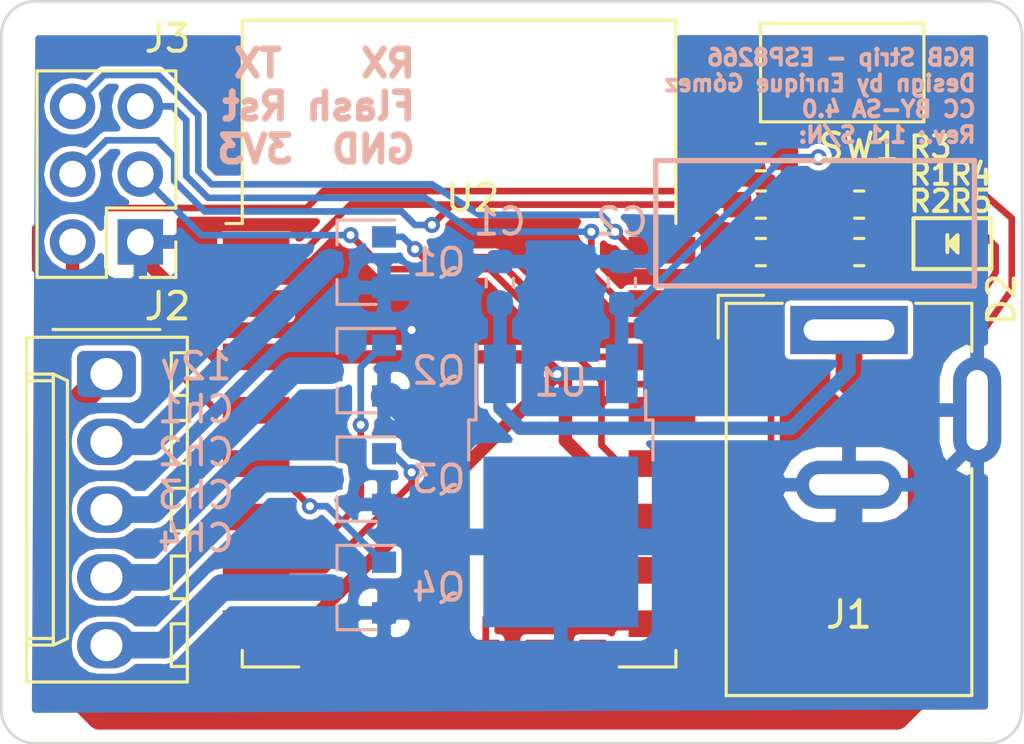
<source format=kicad_pcb>
(kicad_pcb (version 20171130) (host pcbnew 5.1.9-73d0e3b20d~88~ubuntu20.04.1)

  (general
    (thickness 1.6)
    (drawings 15)
    (tracks 229)
    (zones 0)
    (modules 18)
    (nets 27)
  )

  (page A4)
  (layers
    (0 F.Cu signal)
    (31 B.Cu signal)
    (32 B.Adhes user)
    (33 F.Adhes user)
    (34 B.Paste user)
    (35 F.Paste user)
    (36 B.SilkS user)
    (37 F.SilkS user)
    (38 B.Mask user)
    (39 F.Mask user)
    (40 Dwgs.User user)
    (41 Cmts.User user)
    (42 Eco1.User user)
    (43 Eco2.User user)
    (44 Edge.Cuts user)
    (45 Margin user)
    (46 B.CrtYd user)
    (47 F.CrtYd user)
    (48 B.Fab user)
    (49 F.Fab user)
  )

  (setup
    (last_trace_width 0.25)
    (user_trace_width 0.3)
    (user_trace_width 0.35)
    (user_trace_width 0.4)
    (user_trace_width 0.5)
    (user_trace_width 0.75)
    (user_trace_width 1)
    (user_trace_width 1.8)
    (user_trace_width 2)
    (trace_clearance 0.2)
    (zone_clearance 0.2)
    (zone_45_only no)
    (trace_min 0.2)
    (via_size 0.6)
    (via_drill 0.3)
    (via_min_size 0.4)
    (via_min_drill 0.3)
    (user_via 0.6 0.3)
    (user_via 0.8 0.4)
    (user_via 1 0.5)
    (uvia_size 0.3)
    (uvia_drill 0.1)
    (uvias_allowed no)
    (uvia_min_size 0.2)
    (uvia_min_drill 0.1)
    (edge_width 0.2)
    (segment_width 0.2)
    (pcb_text_width 0.3)
    (pcb_text_size 1.5 1.5)
    (mod_edge_width 0.15)
    (mod_text_size 1 1)
    (mod_text_width 0.15)
    (pad_size 1.5 1.5)
    (pad_drill 0.6)
    (pad_to_mask_clearance 0)
    (solder_mask_min_width 0.25)
    (aux_axis_origin 0 0)
    (visible_elements FFFFFF7F)
    (pcbplotparams
      (layerselection 0x010fc_ffffffff)
      (usegerberextensions false)
      (usegerberattributes false)
      (usegerberadvancedattributes false)
      (creategerberjobfile false)
      (excludeedgelayer true)
      (linewidth 0.100000)
      (plotframeref false)
      (viasonmask false)
      (mode 1)
      (useauxorigin false)
      (hpglpennumber 1)
      (hpglpenspeed 20)
      (hpglpendiameter 15.000000)
      (psnegative false)
      (psa4output false)
      (plotreference true)
      (plotvalue true)
      (plotinvisibletext false)
      (padsonsilk false)
      (subtractmaskfromsilk false)
      (outputformat 1)
      (mirror false)
      (drillshape 0)
      (scaleselection 1)
      (outputdirectory "../../Manufacturing_GERBERs/"))
  )

  (net 0 "")
  (net 1 GND)
  (net 2 +3V3)
  (net 3 "Net-(D2-Pad3)")
  (net 4 "Net-(D2-Pad4)")
  (net 5 "Net-(D2-Pad2)")
  (net 6 +12V)
  (net 7 "Net-(J2-Pad2)")
  (net 8 "Net-(J2-Pad3)")
  (net 9 "Net-(J2-Pad4)")
  (net 10 "Net-(J2-Pad5)")
  (net 11 /Flash)
  (net 12 /Rst)
  (net 13 /RX)
  (net 14 /TX)
  (net 15 /red_c)
  (net 16 /green_c)
  (net 17 /blue_c)
  (net 18 /white_c)
  (net 19 "Net-(R3-Pad2)")
  (net 20 "Net-(U2-Pad2)")
  (net 21 "Net-(U2-Pad9)")
  (net 22 "Net-(U2-Pad10)")
  (net 23 "Net-(U2-Pad11)")
  (net 24 /green_led)
  (net 25 "Net-(U2-Pad13)")
  (net 26 "Net-(U2-Pad14)")

  (net_class Default "This is the default net class."
    (clearance 0.2)
    (trace_width 0.25)
    (via_dia 0.6)
    (via_drill 0.3)
    (uvia_dia 0.3)
    (uvia_drill 0.1)
    (add_net +3V3)
    (add_net /Flash)
    (add_net /RX)
    (add_net /Rst)
    (add_net /TX)
    (add_net /blue_c)
    (add_net /green_c)
    (add_net /green_led)
    (add_net /red_c)
    (add_net /white_c)
    (add_net GND)
    (add_net "Net-(D2-Pad2)")
    (add_net "Net-(D2-Pad3)")
    (add_net "Net-(D2-Pad4)")
    (add_net "Net-(J2-Pad2)")
    (add_net "Net-(J2-Pad3)")
    (add_net "Net-(J2-Pad4)")
    (add_net "Net-(J2-Pad5)")
    (add_net "Net-(R3-Pad2)")
    (add_net "Net-(U2-Pad10)")
    (add_net "Net-(U2-Pad11)")
    (add_net "Net-(U2-Pad13)")
    (add_net "Net-(U2-Pad14)")
    (add_net "Net-(U2-Pad2)")
    (add_net "Net-(U2-Pad9)")
  )

  (net_class Power ""
    (clearance 0.2)
    (trace_width 1)
    (via_dia 1)
    (via_drill 0.5)
    (uvia_dia 0.3)
    (uvia_drill 0.1)
    (add_net +12V)
  )

  (module "RGB strip local:TJ-S1615SW6TGLCBG-A5" (layer F.Cu) (tedit 5DED5992) (tstamp 5DF9C31A)
    (at 136.652 94.361)
    (path /5DDC37DF)
    (attr smd)
    (fp_text reference D2 (at 3.429 1.016 90) (layer F.SilkS)
      (effects (font (size 1 1) (thickness 0.15)))
    )
    (fp_text value TJ-S1615SW6TGLCBG-A5 (at -7.62 -3.937) (layer F.Fab) hide
      (effects (font (size 1 1) (thickness 0.15)))
    )
    (fp_line (start 0.127 -2.032) (end 3.048 -2.032) (layer F.SilkS) (width 0.15))
    (fp_line (start 3.048 -2.032) (end 3.048 -0.127) (layer F.SilkS) (width 0.15))
    (fp_line (start 3.048 -0.127) (end 0.127 -0.127) (layer F.SilkS) (width 0.15))
    (fp_line (start 0.127 -0.127) (end 0.127 -2.032) (layer F.SilkS) (width 0.15))
    (fp_poly (pts (xy 1.524 -1.016) (xy 1.524 -1.143) (xy 1.778 -1.397) (xy 1.778 -0.762)) (layer F.SilkS) (width 0.15))
    (fp_line (start 1.397 -1.397) (end 1.397 -0.762) (layer F.SilkS) (width 0.15))
    (pad 2 smd rect (at 0.707 -1.579) (size 0.85 0.55) (layers F.Cu F.Paste F.Mask)
      (net 5 "Net-(D2-Pad2)"))
    (pad 1 smd rect (at 2.457 -1.579) (size 0.85 0.55) (layers F.Cu F.Paste F.Mask)
      (net 24 /green_led))
    (pad 4 smd rect (at 0.707 -0.529) (size 0.85 0.55) (layers F.Cu F.Paste F.Mask)
      (net 4 "Net-(D2-Pad4)"))
    (pad 3 smd rect (at 2.457 -0.529) (size 0.85 0.55) (layers F.Cu F.Paste F.Mask)
      (net 3 "Net-(D2-Pad3)"))
  )

  (module Connector_PinHeader_2.54mm:PinHeader_2x03_P2.54mm_Vertical (layer F.Cu) (tedit 5DED4FB9) (tstamp 5DF9C39B)
    (at 107.823 93.218 180)
    (descr "Through hole straight pin header, 2x03, 2.54mm pitch, double rows")
    (tags "Through hole pin header THT 2x03 2.54mm double row")
    (path /5DED4B44)
    (fp_text reference J3 (at -1.016 7.62 180) (layer F.SilkS)
      (effects (font (size 1 1) (thickness 0.15)))
    )
    (fp_text value Conn_01x06_Female (at 1.27 7.41 180) (layer F.Fab) hide
      (effects (font (size 1 1) (thickness 0.15)))
    )
    (fp_line (start 0 -1.27) (end 3.81 -1.27) (layer F.Fab) (width 0.1))
    (fp_line (start 3.81 -1.27) (end 3.81 6.35) (layer F.Fab) (width 0.1))
    (fp_line (start 3.81 6.35) (end -1.27 6.35) (layer F.Fab) (width 0.1))
    (fp_line (start -1.27 6.35) (end -1.27 0) (layer F.Fab) (width 0.1))
    (fp_line (start -1.27 0) (end 0 -1.27) (layer F.Fab) (width 0.1))
    (fp_line (start -1.33 6.41) (end 3.87 6.41) (layer F.SilkS) (width 0.12))
    (fp_line (start -1.33 1.27) (end -1.33 6.41) (layer F.SilkS) (width 0.12))
    (fp_line (start 3.87 -1.33) (end 3.87 6.41) (layer F.SilkS) (width 0.12))
    (fp_line (start -1.33 1.27) (end 1.27 1.27) (layer F.SilkS) (width 0.12))
    (fp_line (start 1.27 1.27) (end 1.27 -1.33) (layer F.SilkS) (width 0.12))
    (fp_line (start 1.27 -1.33) (end 3.87 -1.33) (layer F.SilkS) (width 0.12))
    (fp_line (start -1.33 0) (end -1.33 -1.33) (layer F.SilkS) (width 0.12))
    (fp_line (start -1.33 -1.33) (end 0 -1.33) (layer F.SilkS) (width 0.12))
    (fp_line (start -1.8 -1.8) (end -1.8 6.85) (layer F.CrtYd) (width 0.05))
    (fp_line (start -1.8 6.85) (end 4.35 6.85) (layer F.CrtYd) (width 0.05))
    (fp_line (start 4.35 6.85) (end 4.35 -1.8) (layer F.CrtYd) (width 0.05))
    (fp_line (start 4.35 -1.8) (end -1.8 -1.8) (layer F.CrtYd) (width 0.05))
    (fp_text user %R (at 1.27 2.54 270) (layer F.Fab)
      (effects (font (size 1 1) (thickness 0.15)))
    )
    (pad 6 thru_hole oval (at 2.54 5.08 180) (size 1.7 1.7) (drill 1) (layers *.Cu *.Mask)
      (net 14 /TX))
    (pad 5 thru_hole oval (at 0 5.08 180) (size 1.7 1.7) (drill 1) (layers *.Cu *.Mask)
      (net 13 /RX))
    (pad 4 thru_hole oval (at 2.54 2.54 180) (size 1.7 1.7) (drill 1) (layers *.Cu *.Mask)
      (net 12 /Rst))
    (pad 3 thru_hole oval (at 0 2.54 180) (size 1.7 1.7) (drill 1) (layers *.Cu *.Mask)
      (net 11 /Flash))
    (pad 2 thru_hole oval (at 2.54 0 180) (size 1.7 1.7) (drill 1) (layers *.Cu *.Mask)
      (net 2 +3V3))
    (pad 1 thru_hole rect (at 0 0 180) (size 1.7 1.7) (drill 1) (layers *.Cu *.Mask)
      (net 1 GND))
    (model ${KISYS3DMOD}/Connector_PinHeader_2.54mm.3dshapes/PinHeader_2x03_P2.54mm_Vertical.wrl
      (at (xyz 0 0 0))
      (scale (xyz 1 1 1))
      (rotate (xyz 0 0 0))
    )
  )

  (module Capacitor_SMD:C_0603_1608Metric (layer B.Cu) (tedit 5DED4A20) (tstamp 5DF9C2FB)
    (at 121.285 94.742 90)
    (descr "Capacitor SMD 0603 (1608 Metric), square (rectangular) end terminal, IPC_7351 nominal, (Body size source: http://www.tortai-tech.com/upload/download/2011102023233369053.pdf), generated with kicad-footprint-generator")
    (tags capacitor)
    (path /5DE6B094)
    (attr smd)
    (fp_text reference C1 (at 2.286 0 180) (layer B.SilkS)
      (effects (font (size 1 1) (thickness 0.15)) (justify mirror))
    )
    (fp_text value 330nF (at 0 -1.43 90) (layer B.Fab) hide
      (effects (font (size 1 1) (thickness 0.15)) (justify mirror))
    )
    (fp_line (start -0.8 -0.4) (end -0.8 0.4) (layer B.Fab) (width 0.1))
    (fp_line (start -0.8 0.4) (end 0.8 0.4) (layer B.Fab) (width 0.1))
    (fp_line (start 0.8 0.4) (end 0.8 -0.4) (layer B.Fab) (width 0.1))
    (fp_line (start 0.8 -0.4) (end -0.8 -0.4) (layer B.Fab) (width 0.1))
    (fp_line (start -0.162779 0.51) (end 0.162779 0.51) (layer B.SilkS) (width 0.12))
    (fp_line (start -0.162779 -0.51) (end 0.162779 -0.51) (layer B.SilkS) (width 0.12))
    (fp_line (start -1.48 -0.73) (end -1.48 0.73) (layer B.CrtYd) (width 0.05))
    (fp_line (start -1.48 0.73) (end 1.48 0.73) (layer B.CrtYd) (width 0.05))
    (fp_line (start 1.48 0.73) (end 1.48 -0.73) (layer B.CrtYd) (width 0.05))
    (fp_line (start 1.48 -0.73) (end -1.48 -0.73) (layer B.CrtYd) (width 0.05))
    (fp_text user %R (at 0 0 90) (layer B.Fab) hide
      (effects (font (size 0.4 0.4) (thickness 0.06)) (justify mirror))
    )
    (pad 2 smd roundrect (at 0.7875 0 90) (size 0.875 0.95) (layers B.Cu B.Paste B.Mask) (roundrect_rratio 0.25)
      (net 1 GND))
    (pad 1 smd roundrect (at -0.7875 0 90) (size 0.875 0.95) (layers B.Cu B.Paste B.Mask) (roundrect_rratio 0.25)
      (net 6 +12V))
    (model ${KISYS3DMOD}/Capacitor_SMD.3dshapes/C_0603_1608Metric.wrl
      (at (xyz 0 0 0))
      (scale (xyz 1 1 1))
      (rotate (xyz 0 0 0))
    )
  )

  (module Capacitor_SMD:C_0603_1608Metric (layer B.Cu) (tedit 5DED4A1D) (tstamp 5DF9C30C)
    (at 125.857 94.742 90)
    (descr "Capacitor SMD 0603 (1608 Metric), square (rectangular) end terminal, IPC_7351 nominal, (Body size source: http://www.tortai-tech.com/upload/download/2011102023233369053.pdf), generated with kicad-footprint-generator")
    (tags capacitor)
    (path /5DE6B0DD)
    (attr smd)
    (fp_text reference C2 (at 2.286 0 180) (layer B.SilkS)
      (effects (font (size 1 1) (thickness 0.15)) (justify mirror))
    )
    (fp_text value 330nF (at 0 -1.43 90) (layer B.Fab) hide
      (effects (font (size 1 1) (thickness 0.15)) (justify mirror))
    )
    (fp_line (start 1.48 -0.73) (end -1.48 -0.73) (layer B.CrtYd) (width 0.05))
    (fp_line (start 1.48 0.73) (end 1.48 -0.73) (layer B.CrtYd) (width 0.05))
    (fp_line (start -1.48 0.73) (end 1.48 0.73) (layer B.CrtYd) (width 0.05))
    (fp_line (start -1.48 -0.73) (end -1.48 0.73) (layer B.CrtYd) (width 0.05))
    (fp_line (start -0.162779 -0.51) (end 0.162779 -0.51) (layer B.SilkS) (width 0.12))
    (fp_line (start -0.162779 0.51) (end 0.162779 0.51) (layer B.SilkS) (width 0.12))
    (fp_line (start 0.8 -0.4) (end -0.8 -0.4) (layer B.Fab) (width 0.1))
    (fp_line (start 0.8 0.4) (end 0.8 -0.4) (layer B.Fab) (width 0.1))
    (fp_line (start -0.8 0.4) (end 0.8 0.4) (layer B.Fab) (width 0.1))
    (fp_line (start -0.8 -0.4) (end -0.8 0.4) (layer B.Fab) (width 0.1))
    (fp_text user %R (at 0 0 90) (layer B.Fab) hide
      (effects (font (size 0.4 0.4) (thickness 0.06)) (justify mirror))
    )
    (pad 1 smd roundrect (at -0.7875 0 90) (size 0.875 0.95) (layers B.Cu B.Paste B.Mask) (roundrect_rratio 0.25)
      (net 2 +3V3))
    (pad 2 smd roundrect (at 0.7875 0 90) (size 0.875 0.95) (layers B.Cu B.Paste B.Mask) (roundrect_rratio 0.25)
      (net 1 GND))
    (model ${KISYS3DMOD}/Capacitor_SMD.3dshapes/C_0603_1608Metric.wrl
      (at (xyz 0 0 0))
      (scale (xyz 1 1 1))
      (rotate (xyz 0 0 0))
    )
  )

  (module Connector_BarrelJack:BarrelJack_Wuerth_6941xx301002 (layer F.Cu) (tedit 5DED51B3) (tstamp 5DF9C337)
    (at 134.366 96.52)
    (descr "Wuerth electronics barrel jack connector (5.5mm outher diameter, inner diameter 2.05mm or 2.55mm depending on exact order number), See: http://katalog.we-online.de/em/datasheet/6941xx301002.pdf")
    (tags "connector barrel jack")
    (path /5DDC350E)
    (fp_text reference J1 (at 0 10.668) (layer F.SilkS)
      (effects (font (size 1 1) (thickness 0.15)))
    )
    (fp_text value Barrel_Jack_Switch (at 0 15.5) (layer F.Fab) hide
      (effects (font (size 1 1) (thickness 0.15)))
    )
    (fp_line (start -4.6 -1) (end -2.5 -1) (layer F.SilkS) (width 0.12))
    (fp_line (start 6.2 0.5) (end 5 0.5) (layer F.CrtYd) (width 0.05))
    (fp_line (start 6.2 5.5) (end 5 5.5) (layer F.CrtYd) (width 0.05))
    (fp_line (start 6.2 0.5) (end 6.2 5.5) (layer F.CrtYd) (width 0.05))
    (fp_line (start 5 0.5) (end 5 -1.4) (layer F.CrtYd) (width 0.05))
    (fp_line (start -5 14.1) (end 5 14.1) (layer F.CrtYd) (width 0.05))
    (fp_line (start -5 -1.4) (end -5 14.1) (layer F.CrtYd) (width 0.05))
    (fp_line (start 5 -1.4) (end -5 -1.4) (layer F.CrtYd) (width 0.05))
    (fp_line (start -4.9 -1.3) (end -4.9 0.3) (layer F.SilkS) (width 0.12))
    (fp_line (start -3.2 -1.3) (end -4.9 -1.3) (layer F.SilkS) (width 0.12))
    (fp_line (start 4.6 -1) (end 4.6 0.8) (layer F.SilkS) (width 0.12))
    (fp_line (start 2.5 -1) (end 4.6 -1) (layer F.SilkS) (width 0.12))
    (fp_line (start -4.6 13.7) (end -4.6 -1) (layer F.SilkS) (width 0.12))
    (fp_line (start 4.6 13.7) (end -4.6 13.7) (layer F.SilkS) (width 0.12))
    (fp_line (start -4.5 13.6) (end -4.5 0.1) (layer F.Fab) (width 0.1))
    (fp_line (start 4.5 13.6) (end -4.5 13.6) (layer F.Fab) (width 0.1))
    (fp_line (start 4.5 -0.9) (end 4.5 13.6) (layer F.Fab) (width 0.1))
    (fp_line (start 4.5 -0.9) (end -3.5 -0.9) (layer F.Fab) (width 0.1))
    (fp_line (start -4.5 0.1) (end -3.5 -0.9) (layer F.Fab) (width 0.1))
    (fp_line (start 4.6 5.2) (end 4.6 13.7) (layer F.SilkS) (width 0.12))
    (fp_line (start 5 14.1) (end 5 5.5) (layer F.CrtYd) (width 0.05))
    (fp_text user %R (at 0 7.5) (layer F.Fab) hide
      (effects (font (size 1 1) (thickness 0.15)))
    )
    (pad 3 thru_hole oval (at 4.8 3 90) (size 4 1.8) (drill oval 3 0.8) (layers *.Cu *.Mask)
      (net 1 GND))
    (pad 2 thru_hole oval (at 0 5.8) (size 4 1.8) (drill oval 3 0.8) (layers *.Cu *.Mask)
      (net 1 GND))
    (pad 1 thru_hole rect (at 0 0) (size 4.4 1.8) (drill oval 3.4 0.8) (layers *.Cu *.Mask)
      (net 6 +12V))
    (model ${KISYS3DMOD}/Connector_BarrelJack.3dshapes/BarrelJack_Wuerth_6941xx301002.wrl
      (at (xyz 0 0 0))
      (scale (xyz 1 1 1))
      (rotate (xyz 0 0 0))
    )
  )

  (module Connector_Molex:Molex_KK-254_AE-6410-05A_1x05_P2.54mm_Vertical (layer F.Cu) (tedit 5DED52BD) (tstamp 5DF9C367)
    (at 106.553 98.171 270)
    (descr "Molex KK-254 Interconnect System, old/engineering part number: AE-6410-05A example for new part number: 22-27-2051, 5 Pins (http://www.molex.com/pdm_docs/sd/022272021_sd.pdf), generated with kicad-footprint-generator")
    (tags "connector Molex KK-254 side entry")
    (path /5DE92FC4)
    (fp_text reference J2 (at -2.54 -2.286) (layer F.SilkS)
      (effects (font (size 1 1) (thickness 0.15)))
    )
    (fp_text value LED (at -2.413 2.286) (layer F.Fab)
      (effects (font (size 1 1) (thickness 0.15)))
    )
    (fp_line (start 11.93 -3.42) (end -1.77 -3.42) (layer F.CrtYd) (width 0.05))
    (fp_line (start 11.93 3.38) (end 11.93 -3.42) (layer F.CrtYd) (width 0.05))
    (fp_line (start -1.77 3.38) (end 11.93 3.38) (layer F.CrtYd) (width 0.05))
    (fp_line (start -1.77 -3.42) (end -1.77 3.38) (layer F.CrtYd) (width 0.05))
    (fp_line (start 10.96 -2.43) (end 10.96 -3.03) (layer F.SilkS) (width 0.12))
    (fp_line (start 9.36 -2.43) (end 10.96 -2.43) (layer F.SilkS) (width 0.12))
    (fp_line (start 9.36 -3.03) (end 9.36 -2.43) (layer F.SilkS) (width 0.12))
    (fp_line (start 8.42 -2.43) (end 8.42 -3.03) (layer F.SilkS) (width 0.12))
    (fp_line (start 6.82 -2.43) (end 8.42 -2.43) (layer F.SilkS) (width 0.12))
    (fp_line (start 6.82 -3.03) (end 6.82 -2.43) (layer F.SilkS) (width 0.12))
    (fp_line (start 5.88 -2.43) (end 5.88 -3.03) (layer F.SilkS) (width 0.12))
    (fp_line (start 4.28 -2.43) (end 5.88 -2.43) (layer F.SilkS) (width 0.12))
    (fp_line (start 4.28 -3.03) (end 4.28 -2.43) (layer F.SilkS) (width 0.12))
    (fp_line (start 3.34 -2.43) (end 3.34 -3.03) (layer F.SilkS) (width 0.12))
    (fp_line (start 1.74 -2.43) (end 3.34 -2.43) (layer F.SilkS) (width 0.12))
    (fp_line (start 1.74 -3.03) (end 1.74 -2.43) (layer F.SilkS) (width 0.12))
    (fp_line (start 0.8 -2.43) (end 0.8 -3.03) (layer F.SilkS) (width 0.12))
    (fp_line (start -0.8 -2.43) (end 0.8 -2.43) (layer F.SilkS) (width 0.12))
    (fp_line (start -0.8 -3.03) (end -0.8 -2.43) (layer F.SilkS) (width 0.12))
    (fp_line (start 9.91 2.99) (end 9.91 1.99) (layer F.SilkS) (width 0.12))
    (fp_line (start 0.25 2.99) (end 0.25 1.99) (layer F.SilkS) (width 0.12))
    (fp_line (start 9.91 1.46) (end 10.16 1.99) (layer F.SilkS) (width 0.12))
    (fp_line (start 0.25 1.46) (end 9.91 1.46) (layer F.SilkS) (width 0.12))
    (fp_line (start 0 1.99) (end 0.25 1.46) (layer F.SilkS) (width 0.12))
    (fp_line (start 10.16 1.99) (end 10.16 2.99) (layer F.SilkS) (width 0.12))
    (fp_line (start 0 1.99) (end 10.16 1.99) (layer F.SilkS) (width 0.12))
    (fp_line (start 0 2.99) (end 0 1.99) (layer F.SilkS) (width 0.12))
    (fp_line (start -0.562893 0) (end -1.27 0.5) (layer F.Fab) (width 0.1))
    (fp_line (start -1.27 -0.5) (end -0.562893 0) (layer F.Fab) (width 0.1))
    (fp_line (start -1.67 -2) (end -1.67 2) (layer F.SilkS) (width 0.12))
    (fp_line (start 11.54 -3.03) (end -1.38 -3.03) (layer F.SilkS) (width 0.12))
    (fp_line (start 11.54 2.99) (end 11.54 -3.03) (layer F.SilkS) (width 0.12))
    (fp_line (start -1.38 2.99) (end 11.54 2.99) (layer F.SilkS) (width 0.12))
    (fp_line (start -1.38 -3.03) (end -1.38 2.99) (layer F.SilkS) (width 0.12))
    (fp_line (start 11.43 -2.92) (end -1.27 -2.92) (layer F.Fab) (width 0.1))
    (fp_line (start 11.43 2.88) (end 11.43 -2.92) (layer F.Fab) (width 0.1))
    (fp_line (start -1.27 2.88) (end 11.43 2.88) (layer F.Fab) (width 0.1))
    (fp_line (start -1.27 -2.92) (end -1.27 2.88) (layer F.Fab) (width 0.1))
    (fp_text user %R (at 5.08 -2.22 270) (layer F.Fab) hide
      (effects (font (size 1 1) (thickness 0.15)))
    )
    (pad 1 thru_hole roundrect (at 0 0 270) (size 1.74 2.2) (drill 1.2) (layers *.Cu *.Mask) (roundrect_rratio 0.143678)
      (net 6 +12V))
    (pad 2 thru_hole oval (at 2.54 0 270) (size 1.74 2.2) (drill 1.2) (layers *.Cu *.Mask)
      (net 7 "Net-(J2-Pad2)"))
    (pad 3 thru_hole oval (at 5.08 0 270) (size 1.74 2.2) (drill 1.2) (layers *.Cu *.Mask)
      (net 8 "Net-(J2-Pad3)"))
    (pad 4 thru_hole oval (at 7.62 0 270) (size 1.74 2.2) (drill 1.2) (layers *.Cu *.Mask)
      (net 9 "Net-(J2-Pad4)"))
    (pad 5 thru_hole oval (at 10.16 0 270) (size 1.74 2.2) (drill 1.2) (layers *.Cu *.Mask)
      (net 10 "Net-(J2-Pad5)"))
    (model ${KISYS3DMOD}/Connector_Molex.3dshapes/Molex_KK-254_AE-6410-05A_1x05_P2.54mm_Vertical.wrl
      (at (xyz 0 0 0))
      (scale (xyz 1 1 1))
      (rotate (xyz 0 0 0))
    )
  )

  (module Package_TO_SOT_SMD:SOT-23 (layer B.Cu) (tedit 5DED4942) (tstamp 5DF9C3B0)
    (at 115.951 93.98 180)
    (descr "SOT-23, Standard")
    (tags SOT-23)
    (path /5DE87268)
    (attr smd)
    (fp_text reference Q1 (at -3.048 0 180) (layer B.SilkS)
      (effects (font (size 1 1) (thickness 0.15)) (justify mirror))
    )
    (fp_text value AO3420 (at 0 -2.5 180) (layer B.Fab) hide
      (effects (font (size 1 1) (thickness 0.15)) (justify mirror))
    )
    (fp_line (start 0.76 -1.58) (end -0.7 -1.58) (layer B.SilkS) (width 0.12))
    (fp_line (start 0.76 1.58) (end -1.4 1.58) (layer B.SilkS) (width 0.12))
    (fp_line (start -1.7 -1.75) (end -1.7 1.75) (layer B.CrtYd) (width 0.05))
    (fp_line (start 1.7 -1.75) (end -1.7 -1.75) (layer B.CrtYd) (width 0.05))
    (fp_line (start 1.7 1.75) (end 1.7 -1.75) (layer B.CrtYd) (width 0.05))
    (fp_line (start -1.7 1.75) (end 1.7 1.75) (layer B.CrtYd) (width 0.05))
    (fp_line (start 0.76 1.58) (end 0.76 0.65) (layer B.SilkS) (width 0.12))
    (fp_line (start 0.76 -1.58) (end 0.76 -0.65) (layer B.SilkS) (width 0.12))
    (fp_line (start -0.7 -1.52) (end 0.7 -1.52) (layer B.Fab) (width 0.1))
    (fp_line (start 0.7 1.52) (end 0.7 -1.52) (layer B.Fab) (width 0.1))
    (fp_line (start -0.7 0.95) (end -0.15 1.52) (layer B.Fab) (width 0.1))
    (fp_line (start -0.15 1.52) (end 0.7 1.52) (layer B.Fab) (width 0.1))
    (fp_line (start -0.7 0.95) (end -0.7 -1.5) (layer B.Fab) (width 0.1))
    (fp_text user %R (at 0 0 90) (layer B.Fab)
      (effects (font (size 0.5 0.5) (thickness 0.075)) (justify mirror))
    )
    (pad 1 smd rect (at -1 0.95 180) (size 0.9 0.8) (layers B.Cu B.Paste B.Mask)
      (net 15 /red_c))
    (pad 2 smd rect (at -1 -0.95 180) (size 0.9 0.8) (layers B.Cu B.Paste B.Mask)
      (net 1 GND))
    (pad 3 smd rect (at 1 0 180) (size 0.9 0.8) (layers B.Cu B.Paste B.Mask)
      (net 7 "Net-(J2-Pad2)"))
    (model ${KISYS3DMOD}/Package_TO_SOT_SMD.3dshapes/SOT-23.wrl
      (at (xyz 0 0 0))
      (scale (xyz 1 1 1))
      (rotate (xyz 0 0 0))
    )
  )

  (module Package_TO_SOT_SMD:SOT-23 (layer B.Cu) (tedit 5DED4945) (tstamp 5DF9C3C5)
    (at 115.951 98.044 180)
    (descr "SOT-23, Standard")
    (tags SOT-23)
    (path /5DE87261)
    (attr smd)
    (fp_text reference Q2 (at -3.048 0 180) (layer B.SilkS)
      (effects (font (size 1 1) (thickness 0.15)) (justify mirror))
    )
    (fp_text value AO3420 (at 0 -2.5 180) (layer B.Fab) hide
      (effects (font (size 1 1) (thickness 0.15)) (justify mirror))
    )
    (fp_line (start 0.76 -1.58) (end -0.7 -1.58) (layer B.SilkS) (width 0.12))
    (fp_line (start 0.76 1.58) (end -1.4 1.58) (layer B.SilkS) (width 0.12))
    (fp_line (start -1.7 -1.75) (end -1.7 1.75) (layer B.CrtYd) (width 0.05))
    (fp_line (start 1.7 -1.75) (end -1.7 -1.75) (layer B.CrtYd) (width 0.05))
    (fp_line (start 1.7 1.75) (end 1.7 -1.75) (layer B.CrtYd) (width 0.05))
    (fp_line (start -1.7 1.75) (end 1.7 1.75) (layer B.CrtYd) (width 0.05))
    (fp_line (start 0.76 1.58) (end 0.76 0.65) (layer B.SilkS) (width 0.12))
    (fp_line (start 0.76 -1.58) (end 0.76 -0.65) (layer B.SilkS) (width 0.12))
    (fp_line (start -0.7 -1.52) (end 0.7 -1.52) (layer B.Fab) (width 0.1))
    (fp_line (start 0.7 1.52) (end 0.7 -1.52) (layer B.Fab) (width 0.1))
    (fp_line (start -0.7 0.95) (end -0.15 1.52) (layer B.Fab) (width 0.1))
    (fp_line (start -0.15 1.52) (end 0.7 1.52) (layer B.Fab) (width 0.1))
    (fp_line (start -0.7 0.95) (end -0.7 -1.5) (layer B.Fab) (width 0.1))
    (fp_text user %R (at 0 0 90) (layer B.Fab)
      (effects (font (size 0.5 0.5) (thickness 0.075)) (justify mirror))
    )
    (pad 1 smd rect (at -1 0.95 180) (size 0.9 0.8) (layers B.Cu B.Paste B.Mask)
      (net 16 /green_c))
    (pad 2 smd rect (at -1 -0.95 180) (size 0.9 0.8) (layers B.Cu B.Paste B.Mask)
      (net 1 GND))
    (pad 3 smd rect (at 1 0 180) (size 0.9 0.8) (layers B.Cu B.Paste B.Mask)
      (net 8 "Net-(J2-Pad3)"))
    (model ${KISYS3DMOD}/Package_TO_SOT_SMD.3dshapes/SOT-23.wrl
      (at (xyz 0 0 0))
      (scale (xyz 1 1 1))
      (rotate (xyz 0 0 0))
    )
  )

  (module Package_TO_SOT_SMD:SOT-23 (layer B.Cu) (tedit 5DED4948) (tstamp 5DF9C3DA)
    (at 115.951 102.108 180)
    (descr "SOT-23, Standard")
    (tags SOT-23)
    (path /5DE85B9F)
    (attr smd)
    (fp_text reference Q3 (at -3.048 0 180) (layer B.SilkS)
      (effects (font (size 1 1) (thickness 0.15)) (justify mirror))
    )
    (fp_text value AO3420 (at 0 -2.5 180) (layer B.Fab) hide
      (effects (font (size 1 1) (thickness 0.15)) (justify mirror))
    )
    (fp_line (start -0.7 0.95) (end -0.7 -1.5) (layer B.Fab) (width 0.1))
    (fp_line (start -0.15 1.52) (end 0.7 1.52) (layer B.Fab) (width 0.1))
    (fp_line (start -0.7 0.95) (end -0.15 1.52) (layer B.Fab) (width 0.1))
    (fp_line (start 0.7 1.52) (end 0.7 -1.52) (layer B.Fab) (width 0.1))
    (fp_line (start -0.7 -1.52) (end 0.7 -1.52) (layer B.Fab) (width 0.1))
    (fp_line (start 0.76 -1.58) (end 0.76 -0.65) (layer B.SilkS) (width 0.12))
    (fp_line (start 0.76 1.58) (end 0.76 0.65) (layer B.SilkS) (width 0.12))
    (fp_line (start -1.7 1.75) (end 1.7 1.75) (layer B.CrtYd) (width 0.05))
    (fp_line (start 1.7 1.75) (end 1.7 -1.75) (layer B.CrtYd) (width 0.05))
    (fp_line (start 1.7 -1.75) (end -1.7 -1.75) (layer B.CrtYd) (width 0.05))
    (fp_line (start -1.7 -1.75) (end -1.7 1.75) (layer B.CrtYd) (width 0.05))
    (fp_line (start 0.76 1.58) (end -1.4 1.58) (layer B.SilkS) (width 0.12))
    (fp_line (start 0.76 -1.58) (end -0.7 -1.58) (layer B.SilkS) (width 0.12))
    (fp_text user %R (at 0 0 90) (layer B.Fab)
      (effects (font (size 0.5 0.5) (thickness 0.075)) (justify mirror))
    )
    (pad 3 smd rect (at 1 0 180) (size 0.9 0.8) (layers B.Cu B.Paste B.Mask)
      (net 9 "Net-(J2-Pad4)"))
    (pad 2 smd rect (at -1 -0.95 180) (size 0.9 0.8) (layers B.Cu B.Paste B.Mask)
      (net 1 GND))
    (pad 1 smd rect (at -1 0.95 180) (size 0.9 0.8) (layers B.Cu B.Paste B.Mask)
      (net 17 /blue_c))
    (model ${KISYS3DMOD}/Package_TO_SOT_SMD.3dshapes/SOT-23.wrl
      (at (xyz 0 0 0))
      (scale (xyz 1 1 1))
      (rotate (xyz 0 0 0))
    )
  )

  (module Package_TO_SOT_SMD:SOT-23 (layer B.Cu) (tedit 5DED495C) (tstamp 5DF9C3EF)
    (at 115.951 106.172 180)
    (descr "SOT-23, Standard")
    (tags SOT-23)
    (path /5DDC3DAE)
    (attr smd)
    (fp_text reference Q4 (at -3.048 0 180) (layer B.SilkS)
      (effects (font (size 1 1) (thickness 0.15)) (justify mirror))
    )
    (fp_text value AO3420 (at 0 -2.5 180) (layer B.Fab) hide
      (effects (font (size 1 1) (thickness 0.15)) (justify mirror))
    )
    (fp_line (start -0.7 0.95) (end -0.7 -1.5) (layer B.Fab) (width 0.1))
    (fp_line (start -0.15 1.52) (end 0.7 1.52) (layer B.Fab) (width 0.1))
    (fp_line (start -0.7 0.95) (end -0.15 1.52) (layer B.Fab) (width 0.1))
    (fp_line (start 0.7 1.52) (end 0.7 -1.52) (layer B.Fab) (width 0.1))
    (fp_line (start -0.7 -1.52) (end 0.7 -1.52) (layer B.Fab) (width 0.1))
    (fp_line (start 0.76 -1.58) (end 0.76 -0.65) (layer B.SilkS) (width 0.12))
    (fp_line (start 0.76 1.58) (end 0.76 0.65) (layer B.SilkS) (width 0.12))
    (fp_line (start -1.7 1.75) (end 1.7 1.75) (layer B.CrtYd) (width 0.05))
    (fp_line (start 1.7 1.75) (end 1.7 -1.75) (layer B.CrtYd) (width 0.05))
    (fp_line (start 1.7 -1.75) (end -1.7 -1.75) (layer B.CrtYd) (width 0.05))
    (fp_line (start -1.7 -1.75) (end -1.7 1.75) (layer B.CrtYd) (width 0.05))
    (fp_line (start 0.76 1.58) (end -1.4 1.58) (layer B.SilkS) (width 0.12))
    (fp_line (start 0.76 -1.58) (end -0.7 -1.58) (layer B.SilkS) (width 0.12))
    (fp_text user %R (at 0 0 90) (layer B.Fab)
      (effects (font (size 0.5 0.5) (thickness 0.075)) (justify mirror))
    )
    (pad 3 smd rect (at 1 0 180) (size 0.9 0.8) (layers B.Cu B.Paste B.Mask)
      (net 10 "Net-(J2-Pad5)"))
    (pad 2 smd rect (at -1 -0.95 180) (size 0.9 0.8) (layers B.Cu B.Paste B.Mask)
      (net 1 GND))
    (pad 1 smd rect (at -1 0.95 180) (size 0.9 0.8) (layers B.Cu B.Paste B.Mask)
      (net 18 /white_c))
    (model ${KISYS3DMOD}/Package_TO_SOT_SMD.3dshapes/SOT-23.wrl
      (at (xyz 0 0 0))
      (scale (xyz 1 1 1))
      (rotate (xyz 0 0 0))
    )
  )

  (module Resistor_SMD:R_0603_1608Metric_Pad1.05x0.95mm_HandSolder (layer F.Cu) (tedit 5DED5235) (tstamp 5DF9C400)
    (at 131.064 91.821 180)
    (descr "Resistor SMD 0603 (1608 Metric), square (rectangular) end terminal, IPC_7351 nominal with elongated pad for handsoldering. (Body size source: http://www.tortai-tech.com/upload/download/2011102023233369053.pdf), generated with kicad-footprint-generator")
    (tags "resistor handsolder")
    (path /5DE6CE7E)
    (attr smd)
    (fp_text reference R1 (at -6.35 1.143 180) (layer F.SilkS)
      (effects (font (size 0.8 0.8) (thickness 0.15)))
    )
    (fp_text value 10k (at 0 1.43 180) (layer F.Fab) hide
      (effects (font (size 1 1) (thickness 0.15)))
    )
    (fp_line (start 1.65 0.73) (end -1.65 0.73) (layer F.CrtYd) (width 0.05))
    (fp_line (start 1.65 -0.73) (end 1.65 0.73) (layer F.CrtYd) (width 0.05))
    (fp_line (start -1.65 -0.73) (end 1.65 -0.73) (layer F.CrtYd) (width 0.05))
    (fp_line (start -1.65 0.73) (end -1.65 -0.73) (layer F.CrtYd) (width 0.05))
    (fp_line (start -0.171267 0.51) (end 0.171267 0.51) (layer F.SilkS) (width 0.12))
    (fp_line (start -0.171267 -0.51) (end 0.171267 -0.51) (layer F.SilkS) (width 0.12))
    (fp_line (start 0.8 0.4) (end -0.8 0.4) (layer F.Fab) (width 0.1))
    (fp_line (start 0.8 -0.4) (end 0.8 0.4) (layer F.Fab) (width 0.1))
    (fp_line (start -0.8 -0.4) (end 0.8 -0.4) (layer F.Fab) (width 0.1))
    (fp_line (start -0.8 0.4) (end -0.8 -0.4) (layer F.Fab) (width 0.1))
    (fp_text user %R (at 0 0 180) (layer F.Fab)
      (effects (font (size 0.4 0.4) (thickness 0.06)))
    )
    (pad 1 smd roundrect (at -0.875 0 180) (size 1.05 0.95) (layers F.Cu F.Paste F.Mask) (roundrect_rratio 0.25)
      (net 2 +3V3))
    (pad 2 smd roundrect (at 0.875 0 180) (size 1.05 0.95) (layers F.Cu F.Paste F.Mask) (roundrect_rratio 0.25)
      (net 12 /Rst))
    (model ${KISYS3DMOD}/Resistor_SMD.3dshapes/R_0603_1608Metric.wrl
      (at (xyz 0 0 0))
      (scale (xyz 1 1 1))
      (rotate (xyz 0 0 0))
    )
  )

  (module Resistor_SMD:R_0603_1608Metric_Pad1.05x0.95mm_HandSolder (layer F.Cu) (tedit 5DED5230) (tstamp 5DF9C411)
    (at 131.064 93.599 180)
    (descr "Resistor SMD 0603 (1608 Metric), square (rectangular) end terminal, IPC_7351 nominal with elongated pad for handsoldering. (Body size source: http://www.tortai-tech.com/upload/download/2011102023233369053.pdf), generated with kicad-footprint-generator")
    (tags "resistor handsolder")
    (path /5DE6CF58)
    (attr smd)
    (fp_text reference R2 (at -6.35 1.905 180) (layer F.SilkS)
      (effects (font (size 0.8 0.8) (thickness 0.15)))
    )
    (fp_text value 10k (at 0 1.43 180) (layer F.Fab) hide
      (effects (font (size 1 1) (thickness 0.15)))
    )
    (fp_line (start -0.8 0.4) (end -0.8 -0.4) (layer F.Fab) (width 0.1))
    (fp_line (start -0.8 -0.4) (end 0.8 -0.4) (layer F.Fab) (width 0.1))
    (fp_line (start 0.8 -0.4) (end 0.8 0.4) (layer F.Fab) (width 0.1))
    (fp_line (start 0.8 0.4) (end -0.8 0.4) (layer F.Fab) (width 0.1))
    (fp_line (start -0.171267 -0.51) (end 0.171267 -0.51) (layer F.SilkS) (width 0.12))
    (fp_line (start -0.171267 0.51) (end 0.171267 0.51) (layer F.SilkS) (width 0.12))
    (fp_line (start -1.65 0.73) (end -1.65 -0.73) (layer F.CrtYd) (width 0.05))
    (fp_line (start -1.65 -0.73) (end 1.65 -0.73) (layer F.CrtYd) (width 0.05))
    (fp_line (start 1.65 -0.73) (end 1.65 0.73) (layer F.CrtYd) (width 0.05))
    (fp_line (start 1.65 0.73) (end -1.65 0.73) (layer F.CrtYd) (width 0.05))
    (fp_text user %R (at 0 0 180) (layer F.Fab)
      (effects (font (size 0.4 0.4) (thickness 0.06)))
    )
    (pad 2 smd roundrect (at 0.875 0 180) (size 1.05 0.95) (layers F.Cu F.Paste F.Mask) (roundrect_rratio 0.25)
      (net 11 /Flash))
    (pad 1 smd roundrect (at -0.875 0 180) (size 1.05 0.95) (layers F.Cu F.Paste F.Mask) (roundrect_rratio 0.25)
      (net 2 +3V3))
    (model ${KISYS3DMOD}/Resistor_SMD.3dshapes/R_0603_1608Metric.wrl
      (at (xyz 0 0 0))
      (scale (xyz 1 1 1))
      (rotate (xyz 0 0 0))
    )
  )

  (module Resistor_SMD:R_0603_1608Metric_Pad1.05x0.95mm_HandSolder (layer F.Cu) (tedit 5DED522B) (tstamp 5DF9C422)
    (at 131.064 90.043 180)
    (descr "Resistor SMD 0603 (1608 Metric), square (rectangular) end terminal, IPC_7351 nominal with elongated pad for handsoldering. (Body size source: http://www.tortai-tech.com/upload/download/2011102023233369053.pdf), generated with kicad-footprint-generator")
    (tags "resistor handsolder")
    (path /5DE817DA)
    (attr smd)
    (fp_text reference R3 (at -6.35 0.381 180) (layer F.SilkS)
      (effects (font (size 0.8 0.8) (thickness 0.15)))
    )
    (fp_text value 10k (at 0 1.43 180) (layer F.Fab) hide
      (effects (font (size 1 1) (thickness 0.15)))
    )
    (fp_line (start 1.65 0.73) (end -1.65 0.73) (layer F.CrtYd) (width 0.05))
    (fp_line (start 1.65 -0.73) (end 1.65 0.73) (layer F.CrtYd) (width 0.05))
    (fp_line (start -1.65 -0.73) (end 1.65 -0.73) (layer F.CrtYd) (width 0.05))
    (fp_line (start -1.65 0.73) (end -1.65 -0.73) (layer F.CrtYd) (width 0.05))
    (fp_line (start -0.171267 0.51) (end 0.171267 0.51) (layer F.SilkS) (width 0.12))
    (fp_line (start -0.171267 -0.51) (end 0.171267 -0.51) (layer F.SilkS) (width 0.12))
    (fp_line (start 0.8 0.4) (end -0.8 0.4) (layer F.Fab) (width 0.1))
    (fp_line (start 0.8 -0.4) (end 0.8 0.4) (layer F.Fab) (width 0.1))
    (fp_line (start -0.8 -0.4) (end 0.8 -0.4) (layer F.Fab) (width 0.1))
    (fp_line (start -0.8 0.4) (end -0.8 -0.4) (layer F.Fab) (width 0.1))
    (fp_text user %R (at 0 0 180) (layer F.Fab)
      (effects (font (size 0.4 0.4) (thickness 0.06)))
    )
    (pad 1 smd roundrect (at -0.875 0 180) (size 1.05 0.95) (layers F.Cu F.Paste F.Mask) (roundrect_rratio 0.25)
      (net 2 +3V3))
    (pad 2 smd roundrect (at 0.875 0 180) (size 1.05 0.95) (layers F.Cu F.Paste F.Mask) (roundrect_rratio 0.25)
      (net 19 "Net-(R3-Pad2)"))
    (model ${KISYS3DMOD}/Resistor_SMD.3dshapes/R_0603_1608Metric.wrl
      (at (xyz 0 0 0))
      (scale (xyz 1 1 1))
      (rotate (xyz 0 0 0))
    )
  )

  (module Resistor_SMD:R_0603_1608Metric_Pad1.05x0.95mm_HandSolder (layer F.Cu) (tedit 5DED524B) (tstamp 5DF9C433)
    (at 134.747 91.821)
    (descr "Resistor SMD 0603 (1608 Metric), square (rectangular) end terminal, IPC_7351 nominal with elongated pad for handsoldering. (Body size source: http://www.tortai-tech.com/upload/download/2011102023233369053.pdf), generated with kicad-footprint-generator")
    (tags "resistor handsolder")
    (path /5DE794AC)
    (attr smd)
    (fp_text reference R4 (at 4.191 -1.143) (layer F.SilkS)
      (effects (font (size 0.8 0.8) (thickness 0.15)))
    )
    (fp_text value 19R1 (at 1.397 2.159) (layer F.Fab) hide
      (effects (font (size 1 1) (thickness 0.15)))
    )
    (fp_line (start 1.65 0.73) (end -1.65 0.73) (layer F.CrtYd) (width 0.05))
    (fp_line (start 1.65 -0.73) (end 1.65 0.73) (layer F.CrtYd) (width 0.05))
    (fp_line (start -1.65 -0.73) (end 1.65 -0.73) (layer F.CrtYd) (width 0.05))
    (fp_line (start -1.65 0.73) (end -1.65 -0.73) (layer F.CrtYd) (width 0.05))
    (fp_line (start -0.171267 0.51) (end 0.171267 0.51) (layer F.SilkS) (width 0.12))
    (fp_line (start -0.171267 -0.51) (end 0.171267 -0.51) (layer F.SilkS) (width 0.12))
    (fp_line (start 0.8 0.4) (end -0.8 0.4) (layer F.Fab) (width 0.1))
    (fp_line (start 0.8 -0.4) (end 0.8 0.4) (layer F.Fab) (width 0.1))
    (fp_line (start -0.8 -0.4) (end 0.8 -0.4) (layer F.Fab) (width 0.1))
    (fp_line (start -0.8 0.4) (end -0.8 -0.4) (layer F.Fab) (width 0.1))
    (fp_text user %R (at 0 0) (layer F.Fab)
      (effects (font (size 0.4 0.4) (thickness 0.06)))
    )
    (pad 1 smd roundrect (at -0.875 0) (size 1.05 0.95) (layers F.Cu F.Paste F.Mask) (roundrect_rratio 0.25)
      (net 1 GND))
    (pad 2 smd roundrect (at 0.875 0) (size 1.05 0.95) (layers F.Cu F.Paste F.Mask) (roundrect_rratio 0.25)
      (net 5 "Net-(D2-Pad2)"))
    (model ${KISYS3DMOD}/Resistor_SMD.3dshapes/R_0603_1608Metric.wrl
      (at (xyz 0 0 0))
      (scale (xyz 1 1 1))
      (rotate (xyz 0 0 0))
    )
  )

  (module Resistor_SMD:R_0603_1608Metric_Pad1.05x0.95mm_HandSolder (layer F.Cu) (tedit 5DED5250) (tstamp 5DF9C444)
    (at 134.747 93.599)
    (descr "Resistor SMD 0603 (1608 Metric), square (rectangular) end terminal, IPC_7351 nominal with elongated pad for handsoldering. (Body size source: http://www.tortai-tech.com/upload/download/2011102023233369053.pdf), generated with kicad-footprint-generator")
    (tags "resistor handsolder")
    (path /5DE79530)
    (attr smd)
    (fp_text reference R5 (at 4.191 -1.905) (layer F.SilkS)
      (effects (font (size 0.8 0.8) (thickness 0.15)))
    )
    (fp_text value 19R1 (at 0 1.43) (layer F.Fab) hide
      (effects (font (size 1 1) (thickness 0.15)))
    )
    (fp_line (start -0.8 0.4) (end -0.8 -0.4) (layer F.Fab) (width 0.1))
    (fp_line (start -0.8 -0.4) (end 0.8 -0.4) (layer F.Fab) (width 0.1))
    (fp_line (start 0.8 -0.4) (end 0.8 0.4) (layer F.Fab) (width 0.1))
    (fp_line (start 0.8 0.4) (end -0.8 0.4) (layer F.Fab) (width 0.1))
    (fp_line (start -0.171267 -0.51) (end 0.171267 -0.51) (layer F.SilkS) (width 0.12))
    (fp_line (start -0.171267 0.51) (end 0.171267 0.51) (layer F.SilkS) (width 0.12))
    (fp_line (start -1.65 0.73) (end -1.65 -0.73) (layer F.CrtYd) (width 0.05))
    (fp_line (start -1.65 -0.73) (end 1.65 -0.73) (layer F.CrtYd) (width 0.05))
    (fp_line (start 1.65 -0.73) (end 1.65 0.73) (layer F.CrtYd) (width 0.05))
    (fp_line (start 1.65 0.73) (end -1.65 0.73) (layer F.CrtYd) (width 0.05))
    (fp_text user %R (at 0 0) (layer F.Fab)
      (effects (font (size 0.4 0.4) (thickness 0.06)))
    )
    (pad 2 smd roundrect (at 0.875 0) (size 1.05 0.95) (layers F.Cu F.Paste F.Mask) (roundrect_rratio 0.25)
      (net 4 "Net-(D2-Pad4)"))
    (pad 1 smd roundrect (at -0.875 0) (size 1.05 0.95) (layers F.Cu F.Paste F.Mask) (roundrect_rratio 0.25)
      (net 1 GND))
    (model ${KISYS3DMOD}/Resistor_SMD.3dshapes/R_0603_1608Metric.wrl
      (at (xyz 0 0 0))
      (scale (xyz 1 1 1))
      (rotate (xyz 0 0 0))
    )
  )

  (module Button_Switch_SMD:SW_SPST_CK_RS282G05A3 (layer F.Cu) (tedit 5DED5134) (tstamp 5DF9C45F)
    (at 134.112 86.868)
    (descr https://www.mouser.com/ds/2/60/RS-282G05A-SM_RT-1159762.pdf)
    (tags "SPST button tactile switch")
    (path /5DDC361A)
    (attr smd)
    (fp_text reference SW1 (at 0.635 2.794) (layer F.SilkS)
      (effects (font (size 1 1) (thickness 0.15)))
    )
    (fp_text value 1TS002E-2500-2500-CT (at 0 3) (layer F.Fab) hide
      (effects (font (size 1 1) (thickness 0.15)))
    )
    (fp_line (start 3 -1.8) (end 3 1.8) (layer F.Fab) (width 0.1))
    (fp_line (start -3 -1.8) (end -3 1.8) (layer F.Fab) (width 0.1))
    (fp_line (start -3 -1.8) (end 3 -1.8) (layer F.Fab) (width 0.1))
    (fp_line (start -3 1.8) (end 3 1.8) (layer F.Fab) (width 0.1))
    (fp_line (start -1.5 -0.8) (end -1.5 0.8) (layer F.Fab) (width 0.1))
    (fp_line (start 1.5 -0.8) (end 1.5 0.8) (layer F.Fab) (width 0.1))
    (fp_line (start -1.5 -0.8) (end 1.5 -0.8) (layer F.Fab) (width 0.1))
    (fp_line (start -1.5 0.8) (end 1.5 0.8) (layer F.Fab) (width 0.1))
    (fp_line (start -3.06 1.85) (end -3.06 -1.85) (layer F.SilkS) (width 0.12))
    (fp_line (start 3.06 1.85) (end -3.06 1.85) (layer F.SilkS) (width 0.12))
    (fp_line (start 3.06 -1.85) (end 3.06 1.85) (layer F.SilkS) (width 0.12))
    (fp_line (start -3.06 -1.85) (end 3.06 -1.85) (layer F.SilkS) (width 0.12))
    (fp_line (start -1.75 1) (end -1.75 -1) (layer F.Fab) (width 0.1))
    (fp_line (start 1.75 1) (end -1.75 1) (layer F.Fab) (width 0.1))
    (fp_line (start 1.75 -1) (end 1.75 1) (layer F.Fab) (width 0.1))
    (fp_line (start -1.75 -1) (end 1.75 -1) (layer F.Fab) (width 0.1))
    (fp_line (start -4.9 -2.05) (end 4.9 -2.05) (layer F.CrtYd) (width 0.05))
    (fp_line (start 4.9 -2.05) (end 4.9 2.05) (layer F.CrtYd) (width 0.05))
    (fp_line (start 4.9 2.05) (end -4.9 2.05) (layer F.CrtYd) (width 0.05))
    (fp_line (start -4.9 2.05) (end -4.9 -2.05) (layer F.CrtYd) (width 0.05))
    (fp_text user %R (at 0.635 2.794) (layer F.Fab)
      (effects (font (size 1 1) (thickness 0.15)))
    )
    (pad 1 smd rect (at -3.9 0) (size 1.5 1.5) (layers F.Cu F.Paste F.Mask)
      (net 19 "Net-(R3-Pad2)"))
    (pad 2 smd rect (at 3.9 0) (size 1.5 1.5) (layers F.Cu F.Paste F.Mask)
      (net 1 GND))
    (model ${KISYS3DMOD}/Button_Switch_SMD.3dshapes/SW_SPST_CK_RS282G05A3.wrl
      (at (xyz 0 0 0))
      (scale (xyz 1 1 1))
      (rotate (xyz 0 0 0))
    )
  )

  (module Package_TO_SOT_SMD:TO-252-2 (layer B.Cu) (tedit 5DED50D1) (tstamp 5DF9C483)
    (at 123.571 102.362 270)
    (descr "TO-252 / DPAK SMD package, http://www.infineon.com/cms/en/product/packages/PG-TO252/PG-TO252-3-1/")
    (tags "DPAK TO-252 DPAK-3 TO-252-3 SOT-428")
    (path /5DDC3288)
    (attr smd)
    (fp_text reference U1 (at -3.869 0) (layer B.SilkS)
      (effects (font (size 1 1) (thickness 0.15)) (justify mirror))
    )
    (fp_text value MC33275DT-3.3RKG (at 0 -4.5 270) (layer B.Fab) hide
      (effects (font (size 1 1) (thickness 0.15)) (justify mirror))
    )
    (fp_line (start 5.55 3.5) (end -5.55 3.5) (layer B.CrtYd) (width 0.05))
    (fp_line (start 5.55 -3.5) (end 5.55 3.5) (layer B.CrtYd) (width 0.05))
    (fp_line (start -5.55 -3.5) (end 5.55 -3.5) (layer B.CrtYd) (width 0.05))
    (fp_line (start -5.55 3.5) (end -5.55 -3.5) (layer B.CrtYd) (width 0.05))
    (fp_line (start -2.47 -3.18) (end -3.57 -3.18) (layer B.SilkS) (width 0.12))
    (fp_line (start -2.47 -3.45) (end -2.47 -3.18) (layer B.SilkS) (width 0.12))
    (fp_line (start -0.97 -3.45) (end -2.47 -3.45) (layer B.SilkS) (width 0.12))
    (fp_line (start -2.47 3.18) (end -5.3 3.18) (layer B.SilkS) (width 0.12))
    (fp_line (start -2.47 3.45) (end -2.47 3.18) (layer B.SilkS) (width 0.12))
    (fp_line (start -0.97 3.45) (end -2.47 3.45) (layer B.SilkS) (width 0.12))
    (fp_line (start -4.97 -2.655) (end -2.27 -2.655) (layer B.Fab) (width 0.1))
    (fp_line (start -4.97 -1.905) (end -4.97 -2.655) (layer B.Fab) (width 0.1))
    (fp_line (start -2.27 -1.905) (end -4.97 -1.905) (layer B.Fab) (width 0.1))
    (fp_line (start -4.97 1.905) (end -2.27 1.905) (layer B.Fab) (width 0.1))
    (fp_line (start -4.97 2.655) (end -4.97 1.905) (layer B.Fab) (width 0.1))
    (fp_line (start -1.865 2.655) (end -4.97 2.655) (layer B.Fab) (width 0.1))
    (fp_line (start -1.27 3.25) (end 3.95 3.25) (layer B.Fab) (width 0.1))
    (fp_line (start -2.27 2.25) (end -1.27 3.25) (layer B.Fab) (width 0.1))
    (fp_line (start -2.27 -3.25) (end -2.27 2.25) (layer B.Fab) (width 0.1))
    (fp_line (start 3.95 -3.25) (end -2.27 -3.25) (layer B.Fab) (width 0.1))
    (fp_line (start 3.95 3.25) (end 3.95 -3.25) (layer B.Fab) (width 0.1))
    (fp_line (start 4.95 -2.7) (end 3.95 -2.7) (layer B.Fab) (width 0.1))
    (fp_line (start 4.95 2.7) (end 4.95 -2.7) (layer B.Fab) (width 0.1))
    (fp_line (start 3.95 2.7) (end 4.95 2.7) (layer B.Fab) (width 0.1))
    (fp_text user %R (at 0 0 270) (layer B.Fab) hide
      (effects (font (size 1 1) (thickness 0.15)) (justify mirror))
    )
    (pad 1 smd rect (at -4.2 2.28 270) (size 2.2 1.2) (layers B.Cu B.Paste B.Mask)
      (net 6 +12V))
    (pad 3 smd rect (at -4.2 -2.28 270) (size 2.2 1.2) (layers B.Cu B.Paste B.Mask)
      (net 2 +3V3))
    (pad 2 smd rect (at 2.1 0 270) (size 6.4 5.8) (layers B.Cu B.Mask)
      (net 1 GND))
    (pad "" smd rect (at 3.775 -1.525 270) (size 3.05 2.75) (layers B.Paste))
    (pad "" smd rect (at 0.425 1.525 270) (size 3.05 2.75) (layers B.Paste))
    (pad "" smd rect (at 3.775 1.525 270) (size 3.05 2.75) (layers B.Paste))
    (pad "" smd rect (at 0.425 -1.525 270) (size 3.05 2.75) (layers B.Paste))
    (model ${KISYS3DMOD}/Package_TO_SOT_SMD.3dshapes/TO-252-2.wrl
      (at (xyz 0 0 0))
      (scale (xyz 1 1 1))
      (rotate (xyz 0 0 0))
    )
  )

  (module RF_Module:ESP-12E (layer F.Cu) (tedit 5A030172) (tstamp 5DF9C4BE)
    (at 119.761 97.028)
    (descr "Wi-Fi Module, http://wiki.ai-thinker.com/_media/esp8266/docs/aithinker_esp_12f_datasheet_en.pdf")
    (tags "Wi-Fi Module")
    (path /5DDC38D7)
    (attr smd)
    (fp_text reference U2 (at 0.508 -5.461) (layer F.SilkS)
      (effects (font (size 1 1) (thickness 0.15)))
    )
    (fp_text value ESP-12E (at -4.445 -5.461) (layer F.Fab)
      (effects (font (size 1 1) (thickness 0.15)))
    )
    (fp_line (start 5.56 -4.8) (end 8.12 -7.36) (layer Dwgs.User) (width 0.12))
    (fp_line (start 2.56 -4.8) (end 8.12 -10.36) (layer Dwgs.User) (width 0.12))
    (fp_line (start -0.44 -4.8) (end 6.88 -12.12) (layer Dwgs.User) (width 0.12))
    (fp_line (start -3.44 -4.8) (end 3.88 -12.12) (layer Dwgs.User) (width 0.12))
    (fp_line (start -6.44 -4.8) (end 0.88 -12.12) (layer Dwgs.User) (width 0.12))
    (fp_line (start -8.12 -6.12) (end -2.12 -12.12) (layer Dwgs.User) (width 0.12))
    (fp_line (start -8.12 -9.12) (end -5.12 -12.12) (layer Dwgs.User) (width 0.12))
    (fp_line (start -8.12 -4.8) (end -8.12 -12.12) (layer Dwgs.User) (width 0.12))
    (fp_line (start 8.12 -4.8) (end -8.12 -4.8) (layer Dwgs.User) (width 0.12))
    (fp_line (start 8.12 -12.12) (end 8.12 -4.8) (layer Dwgs.User) (width 0.12))
    (fp_line (start -8.12 -12.12) (end 8.12 -12.12) (layer Dwgs.User) (width 0.12))
    (fp_line (start -8.12 -4.5) (end -8.73 -4.5) (layer F.SilkS) (width 0.12))
    (fp_line (start -8.12 -4.5) (end -8.12 -12.12) (layer F.SilkS) (width 0.12))
    (fp_line (start -8.12 12.12) (end -8.12 11.5) (layer F.SilkS) (width 0.12))
    (fp_line (start -6 12.12) (end -8.12 12.12) (layer F.SilkS) (width 0.12))
    (fp_line (start 8.12 12.12) (end 6 12.12) (layer F.SilkS) (width 0.12))
    (fp_line (start 8.12 11.5) (end 8.12 12.12) (layer F.SilkS) (width 0.12))
    (fp_line (start 8.12 -12.12) (end 8.12 -4.5) (layer F.SilkS) (width 0.12))
    (fp_line (start -8.12 -12.12) (end 8.12 -12.12) (layer F.SilkS) (width 0.12))
    (fp_line (start -9.05 13.1) (end -9.05 -12.2) (layer F.CrtYd) (width 0.05))
    (fp_line (start 9.05 13.1) (end -9.05 13.1) (layer F.CrtYd) (width 0.05))
    (fp_line (start 9.05 -12.2) (end 9.05 13.1) (layer F.CrtYd) (width 0.05))
    (fp_line (start -9.05 -12.2) (end 9.05 -12.2) (layer F.CrtYd) (width 0.05))
    (fp_line (start -8 -4) (end -8 -12) (layer F.Fab) (width 0.12))
    (fp_line (start -7.5 -3.5) (end -8 -4) (layer F.Fab) (width 0.12))
    (fp_line (start -8 -3) (end -7.5 -3.5) (layer F.Fab) (width 0.12))
    (fp_line (start -8 12) (end -8 -3) (layer F.Fab) (width 0.12))
    (fp_line (start 8 12) (end -8 12) (layer F.Fab) (width 0.12))
    (fp_line (start 8 -12) (end 8 12) (layer F.Fab) (width 0.12))
    (fp_line (start -8 -12) (end 8 -12) (layer F.Fab) (width 0.12))
    (fp_text user Antenna (at -0.06 -7 180) (layer Cmts.User)
      (effects (font (size 1 1) (thickness 0.15)))
    )
    (fp_text user "KEEP-OUT ZONE" (at 0.03 -9.55 180) (layer Cmts.User)
      (effects (font (size 1 1) (thickness 0.15)))
    )
    (fp_text user %R (at 0.49 -0.8) (layer F.Fab)
      (effects (font (size 1 1) (thickness 0.15)))
    )
    (pad 1 smd rect (at -7.6 -3.5) (size 2.5 1) (layers F.Cu F.Paste F.Mask)
      (net 12 /Rst))
    (pad 2 smd rect (at -7.6 -1.5) (size 2.5 1) (layers F.Cu F.Paste F.Mask)
      (net 20 "Net-(U2-Pad2)"))
    (pad 3 smd rect (at -7.6 0.5) (size 2.5 1) (layers F.Cu F.Paste F.Mask)
      (net 2 +3V3))
    (pad 4 smd rect (at -7.6 2.5) (size 2.5 1) (layers F.Cu F.Paste F.Mask)
      (net 19 "Net-(R3-Pad2)"))
    (pad 5 smd rect (at -7.6 4.5) (size 2.5 1) (layers F.Cu F.Paste F.Mask)
      (net 18 /white_c))
    (pad 6 smd rect (at -7.6 6.5) (size 2.5 1) (layers F.Cu F.Paste F.Mask)
      (net 16 /green_c))
    (pad 7 smd rect (at -7.6 8.5) (size 2.5 1) (layers F.Cu F.Paste F.Mask)
      (net 17 /blue_c))
    (pad 8 smd rect (at -7.6 10.5) (size 2.5 1) (layers F.Cu F.Paste F.Mask)
      (net 2 +3V3))
    (pad 9 smd rect (at -5 12) (size 1 1.8) (layers F.Cu F.Paste F.Mask)
      (net 21 "Net-(U2-Pad9)"))
    (pad 10 smd rect (at -3 12) (size 1 1.8) (layers F.Cu F.Paste F.Mask)
      (net 22 "Net-(U2-Pad10)"))
    (pad 11 smd rect (at -1 12) (size 1 1.8) (layers F.Cu F.Paste F.Mask)
      (net 23 "Net-(U2-Pad11)"))
    (pad 12 smd rect (at 1 12) (size 1 1.8) (layers F.Cu F.Paste F.Mask)
      (net 24 /green_led))
    (pad 13 smd rect (at 3 12) (size 1 1.8) (layers F.Cu F.Paste F.Mask)
      (net 25 "Net-(U2-Pad13)"))
    (pad 14 smd rect (at 5 12) (size 1 1.8) (layers F.Cu F.Paste F.Mask)
      (net 26 "Net-(U2-Pad14)"))
    (pad 15 smd rect (at 7.6 10.5) (size 2.5 1) (layers F.Cu F.Paste F.Mask)
      (net 1 GND))
    (pad 16 smd rect (at 7.6 8.5) (size 2.5 1) (layers F.Cu F.Paste F.Mask)
      (net 1 GND))
    (pad 17 smd rect (at 7.6 6.5) (size 2.5 1) (layers F.Cu F.Paste F.Mask)
      (net 2 +3V3))
    (pad 18 smd rect (at 7.6 4.5) (size 2.5 1) (layers F.Cu F.Paste F.Mask)
      (net 11 /Flash))
    (pad 19 smd rect (at 7.6 2.5) (size 2.5 1) (layers F.Cu F.Paste F.Mask)
      (net 3 "Net-(D2-Pad3)"))
    (pad 20 smd rect (at 7.6 0.5) (size 2.5 1) (layers F.Cu F.Paste F.Mask)
      (net 15 /red_c))
    (pad 21 smd rect (at 7.6 -1.5) (size 2.5 1) (layers F.Cu F.Paste F.Mask)
      (net 13 /RX))
    (pad 22 smd rect (at 7.6 -3.5) (size 2.5 1) (layers F.Cu F.Paste F.Mask)
      (net 14 /TX))
    (model ${KISYS3DMOD}/RF_Module.3dshapes/ESP-12E.wrl
      (at (xyz 0 0 0))
      (scale (xyz 1 1 1))
      (rotate (xyz 0 0 0))
    )
    (model ${KIPRJMOD}/3dpackages/ESP8266.wrl
      (offset (xyz 11.5 -13.5 0))
      (scale (xyz 0.4 0.4 0.4))
      (rotate (xyz 0 0 90))
    )
  )

  (gr_text "12v\nCh1\nCh2\nCh3\nCh4" (at 109.9 101.1) (layer B.SilkS)
    (effects (font (size 1 1) (thickness 0.15)) (justify mirror))
  )
  (gr_line (start 139.065 94.869) (end 139.065 90.17) (layer B.SilkS) (width 0.2))
  (gr_line (start 127.127 94.869) (end 139.065 94.869) (layer B.SilkS) (width 0.2))
  (gr_line (start 127.127 90.17) (end 127.127 94.869) (layer B.SilkS) (width 0.2))
  (gr_line (start 139.065 90.17) (end 127.127 90.17) (layer B.SilkS) (width 0.2))
  (gr_text "RGB Strip - ESP8266\nDesign by Enrique Gómez\nCC BY-SA 4.0\nRev.: 1.1 S/N:" (at 139.192 87.757) (layer B.SilkS)
    (effects (font (size 0.6 0.6) (thickness 0.15)) (justify left mirror))
  )
  (gr_text "RX    TX\nFlash Rst\nGND  3V3" (at 118.237 88.138) (layer B.SilkS)
    (effects (font (size 1 1) (thickness 0.25)) (justify left mirror))
  )
  (gr_arc (start 139.573 85.471) (end 140.843 85.471) (angle -90) (layer Edge.Cuts) (width 0.1))
  (gr_arc (start 139.573 110.744) (end 139.573 112.014) (angle -90) (layer Edge.Cuts) (width 0.1))
  (gr_arc (start 103.886 110.744) (end 102.616 110.744) (angle -90) (layer Edge.Cuts) (width 0.1))
  (gr_arc (start 103.886 85.471) (end 103.886 84.201) (angle -90) (layer Edge.Cuts) (width 0.1))
  (gr_line (start 102.616 110.744) (end 102.616 85.471) (layer Edge.Cuts) (width 0.1))
  (gr_line (start 139.573 112.014) (end 103.886 112.014) (layer Edge.Cuts) (width 0.1))
  (gr_line (start 140.843 85.471) (end 140.843 110.744) (layer Edge.Cuts) (width 0.1))
  (gr_line (start 103.886 84.201) (end 139.573 84.201) (layer Edge.Cuts) (width 0.1))

  (segment (start 139.166 99.139) (end 139.166 100.239) (width 0.25) (layer B.Cu) (net 1))
  (segment (start 133.743 104.462) (end 134.366 103.839) (width 1) (layer B.Cu) (net 1))
  (segment (start 123.571 104.462) (end 133.743 104.462) (width 1) (layer B.Cu) (net 1))
  (segment (start 118.401 94.93) (end 116.951 94.93) (width 1) (layer B.Cu) (net 1))
  (segment (start 118.999 95.528) (end 118.401 94.93) (width 1) (layer B.Cu) (net 1))
  (segment (start 119.671 104.462) (end 118.999 103.79) (width 1) (layer B.Cu) (net 1))
  (segment (start 123.571 104.462) (end 119.671 104.462) (width 1) (layer B.Cu) (net 1))
  (segment (start 116.951 98.994) (end 117.155 98.994) (width 1) (layer B.Cu) (net 1))
  (segment (start 117.155 98.994) (end 118.999 100.838) (width 1) (layer B.Cu) (net 1))
  (segment (start 118.999 103.79) (end 118.999 100.838) (width 1) (layer B.Cu) (net 1))
  (segment (start 118.999 100.838) (end 118.999 95.528) (width 1) (layer B.Cu) (net 1))
  (segment (start 116.951 103.058) (end 116.951 103.108) (width 1) (layer B.Cu) (net 1))
  (segment (start 118.305 104.462) (end 119.671 104.462) (width 1) (layer B.Cu) (net 1))
  (segment (start 116.951 103.108) (end 118.305 104.462) (width 1) (layer B.Cu) (net 1))
  (segment (start 117.001 107.122) (end 119.094 105.029) (width 1) (layer B.Cu) (net 1))
  (segment (start 116.951 107.122) (end 117.001 107.122) (width 1) (layer B.Cu) (net 1))
  (segment (start 119.1365 95.528) (end 118.999 95.528) (width 0.5) (layer B.Cu) (net 1))
  (segment (start 120.71 93.9545) (end 119.1365 95.528) (width 0.5) (layer B.Cu) (net 1))
  (segment (start 121.285 93.9545) (end 120.71 93.9545) (width 0.5) (layer B.Cu) (net 1))
  (segment (start 121.285 93.9545) (end 125.857 93.9545) (width 0.5) (layer B.Cu) (net 1))
  (segment (start 133.872 91.821) (end 133.872 93.599) (width 0.25) (layer F.Cu) (net 1))
  (segment (start 136.762 86.868) (end 138.012 86.868) (width 0.25) (layer F.Cu) (net 1))
  (segment (start 133.872 91.821) (end 133.872 89.758) (width 0.25) (layer F.Cu) (net 1))
  (segment (start 129.111 105.528) (end 129.12 105.537) (width 0.5) (layer F.Cu) (net 1))
  (segment (start 127.361 105.528) (end 129.111 105.528) (width 0.5) (layer F.Cu) (net 1))
  (segment (start 129.12 105.537) (end 132.715 105.537) (width 0.5) (layer F.Cu) (net 1))
  (segment (start 132.715 105.537) (end 134.366 103.886) (width 0.5) (layer F.Cu) (net 1))
  (segment (start 130.724 107.528) (end 132.715 105.537) (width 0.5) (layer F.Cu) (net 1))
  (segment (start 127.361 107.528) (end 130.724 107.528) (width 0.5) (layer F.Cu) (net 1))
  (segment (start 134.603 89.027) (end 136.762 86.868) (width 0.25) (layer F.Cu) (net 1))
  (segment (start 133.872 89.758) (end 134.603 89.027) (width 0.25) (layer F.Cu) (net 1))
  (segment (start 136.639002 89.027) (end 134.603 89.027) (width 0.25) (layer F.Cu) (net 1))
  (segment (start 140.462 92.329) (end 136.639002 89.027) (width 0.25) (layer F.Cu) (net 1))
  (segment (start 139.166 99.139) (end 139.166 96.889) (width 0.25) (layer F.Cu) (net 1))
  (segment (start 140.462 94.996) (end 140.462 92.329) (width 0.25) (layer F.Cu) (net 1))
  (segment (start 139.166 96.889) (end 140.462 94.996) (width 0.25) (layer F.Cu) (net 1))
  (segment (start 134.366 103.886) (end 134.366 102.32) (width 0.5) (layer F.Cu) (net 1))
  (segment (start 134.366 103.839) (end 134.366 102.32) (width 1) (layer B.Cu) (net 1))
  (segment (start 139.166 100.62) (end 139.166 99.52) (width 0.25) (layer B.Cu) (net 1))
  (segment (start 137.466 102.32) (end 139.166 100.62) (width 0.5) (layer B.Cu) (net 1))
  (segment (start 134.366 102.32) (end 137.466 102.32) (width 0.5) (layer B.Cu) (net 1))
  (segment (start 119.104 105.029) (end 119.671 104.462) (width 1) (layer B.Cu) (net 1))
  (segment (start 119.094 105.029) (end 119.104 105.029) (width 1) (layer B.Cu) (net 1))
  (segment (start 107.823 93.218) (end 107.823 93.726) (width 0.5) (layer F.Cu) (net 1))
  (segment (start 107.823 93.726) (end 108.966 94.869) (width 0.5) (layer F.Cu) (net 1))
  (segment (start 108.966 94.893002) (end 110.592998 96.52) (width 0.5) (layer F.Cu) (net 1))
  (segment (start 108.966 94.869) (end 108.966 94.893002) (width 0.5) (layer F.Cu) (net 1))
  (via (at 117.983 96.52) (size 0.6) (drill 0.3) (layers F.Cu B.Cu) (net 1))
  (segment (start 110.592998 96.52) (end 117.983 96.52) (width 0.5) (layer F.Cu) (net 1))
  (segment (start 118.306999 96.220001) (end 118.999 95.528) (width 0.5) (layer B.Cu) (net 1))
  (segment (start 118.282999 96.220001) (end 118.306999 96.220001) (width 0.5) (layer B.Cu) (net 1))
  (segment (start 117.983 96.52) (end 118.282999 96.220001) (width 0.5) (layer B.Cu) (net 1))
  (segment (start 125.851 95.5355) (end 125.857 95.5295) (width 0.25) (layer B.Cu) (net 2))
  (segment (start 125.851 98.162) (end 125.851 95.5355) (width 0.5) (layer B.Cu) (net 2))
  (segment (start 131.939 90.043) (end 131.939 91.821) (width 0.25) (layer F.Cu) (net 2))
  (segment (start 131.939 91.821) (end 131.939 93.599) (width 0.25) (layer F.Cu) (net 2))
  (segment (start 126.432 95.5295) (end 131.9185 90.043) (width 0.25) (layer B.Cu) (net 2))
  (segment (start 125.857 95.5295) (end 126.432 95.5295) (width 0.25) (layer B.Cu) (net 2))
  (via (at 133.223 90.043) (size 0.6) (drill 0.3) (layers F.Cu B.Cu) (net 2))
  (segment (start 131.9185 90.043) (end 133.223 90.043) (width 0.25) (layer B.Cu) (net 2))
  (segment (start 133.223 90.043) (end 131.939 90.043) (width 0.25) (layer F.Cu) (net 2))
  (via (at 123.444 98.171) (size 0.6) (drill 0.3) (layers F.Cu B.Cu) (net 2))
  (segment (start 125.851 98.162) (end 123.453 98.162) (width 0.5) (layer B.Cu) (net 2))
  (segment (start 123.453 98.162) (end 123.444 98.171) (width 0.5) (layer B.Cu) (net 2))
  (segment (start 123.743999 100.660999) (end 126.611 103.528) (width 0.5) (layer F.Cu) (net 2))
  (segment (start 126.611 103.528) (end 127.361 103.528) (width 0.5) (layer F.Cu) (net 2))
  (segment (start 123.743999 98.470999) (end 123.743999 100.660999) (width 0.5) (layer F.Cu) (net 2))
  (segment (start 123.444 98.171) (end 123.743999 98.470999) (width 0.5) (layer F.Cu) (net 2))
  (segment (start 122.801 97.528) (end 123.444 98.171) (width 0.5) (layer F.Cu) (net 2))
  (segment (start 112.161 97.528) (end 122.801 97.528) (width 0.5) (layer F.Cu) (net 2))
  (segment (start 114.087 107.528) (end 123.444 98.171) (width 0.5) (layer F.Cu) (net 2))
  (segment (start 112.161 107.528) (end 114.087 107.528) (width 0.5) (layer F.Cu) (net 2))
  (segment (start 108.383 95.25) (end 106.172 95.25) (width 0.5) (layer F.Cu) (net 2))
  (segment (start 105.283 94.361) (end 105.283 93.218) (width 0.5) (layer F.Cu) (net 2))
  (segment (start 112.161 97.528) (end 110.661 97.528) (width 0.5) (layer F.Cu) (net 2))
  (segment (start 106.172 95.25) (end 105.283 94.361) (width 0.5) (layer F.Cu) (net 2))
  (segment (start 110.661 97.528) (end 108.383 95.25) (width 0.5) (layer F.Cu) (net 2))
  (segment (start 138.959 93.832) (end 138.049 94.488) (width 0.25) (layer F.Cu) (net 3))
  (segment (start 139.109 93.832) (end 138.959 93.832) (width 0.25) (layer F.Cu) (net 3))
  (segment (start 138.049 94.488) (end 131.572 94.488) (width 0.25) (layer F.Cu) (net 3))
  (segment (start 131.572 94.488) (end 130.81 95.25) (width 0.25) (layer F.Cu) (net 3))
  (segment (start 130.81 95.25) (end 130.81 98.679) (width 0.25) (layer F.Cu) (net 3))
  (segment (start 129.961 99.528) (end 127.361 99.528) (width 0.25) (layer F.Cu) (net 3))
  (segment (start 130.81 98.679) (end 129.961 99.528) (width 0.25) (layer F.Cu) (net 3))
  (segment (start 135.855 93.832) (end 135.622 93.599) (width 0.25) (layer F.Cu) (net 4))
  (segment (start 137.359 93.832) (end 135.855 93.832) (width 0.25) (layer F.Cu) (net 4))
  (segment (start 136.583 92.782) (end 135.622 91.821) (width 0.25) (layer F.Cu) (net 5))
  (segment (start 137.359 92.782) (end 136.583 92.782) (width 0.25) (layer F.Cu) (net 5))
  (segment (start 134.366 98.039) (end 132.202 100.203) (width 0.5) (layer B.Cu) (net 6))
  (segment (start 132.202 100.203) (end 122.047 100.203) (width 0.5) (layer B.Cu) (net 6))
  (segment (start 121.291 99.447) (end 121.291 98.162) (width 0.5) (layer B.Cu) (net 6))
  (segment (start 122.047 100.203) (end 121.291 99.447) (width 0.5) (layer B.Cu) (net 6))
  (segment (start 121.291 95.5355) (end 121.285 95.5295) (width 1) (layer B.Cu) (net 6))
  (segment (start 121.291 98.162) (end 121.291 95.5355) (width 0.5) (layer B.Cu) (net 6))
  (segment (start 134.366 98.039) (end 134.366 96.52) (width 0.5) (layer B.Cu) (net 6))
  (segment (start 106.553 98.171) (end 104.75299 99.97101) (width 1) (layer F.Cu) (net 6))
  (segment (start 137.06601 101.12001) (end 134.366 98.42) (width 1) (layer F.Cu) (net 6))
  (segment (start 104.75299 109.45199) (end 106.299 110.998) (width 1) (layer F.Cu) (net 6))
  (segment (start 104.75299 99.97101) (end 104.75299 109.45199) (width 1) (layer F.Cu) (net 6))
  (segment (start 106.299 110.998) (end 136.144 110.998) (width 1) (layer F.Cu) (net 6))
  (segment (start 134.366 98.42) (end 134.366 96.52) (width 1) (layer F.Cu) (net 6))
  (segment (start 136.144 110.998) (end 137.06601 110.07599) (width 1) (layer F.Cu) (net 6))
  (segment (start 137.06601 110.07599) (end 137.06601 101.12001) (width 1) (layer F.Cu) (net 6))
  (segment (start 114.901 93.98) (end 108.17 100.711) (width 1) (layer B.Cu) (net 7))
  (segment (start 108.17 100.711) (end 106.553 100.711) (width 1) (layer B.Cu) (net 7))
  (segment (start 114.951 93.98) (end 114.901 93.98) (width 1) (layer B.Cu) (net 7))
  (segment (start 113.501 98.044) (end 108.294 103.251) (width 1) (layer B.Cu) (net 8))
  (segment (start 108.294 103.251) (end 106.553 103.251) (width 1) (layer B.Cu) (net 8))
  (segment (start 114.951 98.044) (end 113.501 98.044) (width 1) (layer B.Cu) (net 8))
  (segment (start 106.553 105.791) (end 108.653 105.791) (width 1) (layer B.Cu) (net 9))
  (segment (start 112.336 102.108) (end 114.951 102.108) (width 1) (layer B.Cu) (net 9))
  (segment (start 108.653 105.791) (end 112.336 102.108) (width 1) (layer B.Cu) (net 9))
  (segment (start 106.553 108.331) (end 108.712 108.331) (width 1) (layer B.Cu) (net 10))
  (segment (start 110.871 106.172) (end 114.951 106.172) (width 1) (layer B.Cu) (net 10))
  (segment (start 108.712 108.331) (end 110.871 106.172) (width 1) (layer B.Cu) (net 10))
  (segment (start 127.361 101.528) (end 128.111 101.528) (width 0.5) (layer F.Cu) (net 11))
  (segment (start 130.189 94.174) (end 130.175 94.188) (width 0.25) (layer F.Cu) (net 11))
  (segment (start 130.189 93.599) (end 130.189 94.174) (width 0.25) (layer F.Cu) (net 11))
  (segment (start 130.175 94.188) (end 130.175 97.917) (width 0.25) (layer F.Cu) (net 11))
  (segment (start 130.175 97.917) (end 129.54 98.552) (width 0.25) (layer F.Cu) (net 11))
  (segment (start 129.54 98.552) (end 125.857 98.552) (width 0.25) (layer F.Cu) (net 11))
  (segment (start 125.857 98.552) (end 125.095 99.314) (width 0.25) (layer F.Cu) (net 11))
  (segment (start 125.095 99.314) (end 125.095 100.838) (width 0.25) (layer F.Cu) (net 11))
  (segment (start 125.785 101.528) (end 127.361 101.528) (width 0.25) (layer F.Cu) (net 11))
  (segment (start 125.095 100.838) (end 125.785 101.528) (width 0.25) (layer F.Cu) (net 11))
  (segment (start 120.907599 94.239009) (end 116.972009 94.239009) (width 0.25) (layer F.Cu) (net 11))
  (segment (start 125.095 99.314) (end 125.095 98.42641) (width 0.25) (layer F.Cu) (net 11))
  (segment (start 125.095 98.42641) (end 120.907599 94.239009) (width 0.25) (layer F.Cu) (net 11))
  (via (at 115.697 92.964) (size 0.6) (drill 0.3) (layers F.Cu B.Cu) (net 11))
  (segment (start 116.972009 94.239009) (end 115.697 92.964) (width 0.25) (layer F.Cu) (net 11))
  (segment (start 110.109 92.964) (end 107.823 90.678) (width 0.25) (layer B.Cu) (net 11))
  (segment (start 115.697 92.964) (end 110.109 92.964) (width 0.25) (layer B.Cu) (net 11))
  (segment (start 113.99 93.528) (end 112.161 93.528) (width 0.25) (layer F.Cu) (net 12))
  (segment (start 115.697 91.821) (end 113.99 93.528) (width 0.25) (layer F.Cu) (net 12))
  (via (at 118.745 92.583) (size 0.6) (drill 0.3) (layers F.Cu B.Cu) (net 12))
  (segment (start 119.044999 92.283001) (end 119.507 91.821) (width 0.25) (layer F.Cu) (net 12))
  (segment (start 118.745 92.583) (end 119.044999 92.283001) (width 0.25) (layer F.Cu) (net 12))
  (segment (start 130.189 91.821) (end 119.507 91.821) (width 0.25) (layer F.Cu) (net 12))
  (segment (start 119.507 91.821) (end 115.697 91.821) (width 0.25) (layer F.Cu) (net 12))
  (segment (start 118.745 92.583) (end 118.11 92.583) (width 0.25) (layer B.Cu) (net 12))
  (segment (start 118.11 92.583) (end 117.602 92.075) (width 0.25) (layer B.Cu) (net 12))
  (segment (start 117.602 92.075) (end 110.236 92.075) (width 0.25) (layer B.Cu) (net 12))
  (segment (start 110.236 92.075) (end 109.093 90.932) (width 0.25) (layer B.Cu) (net 12))
  (segment (start 109.093 90.932) (end 109.093 90.043) (width 0.25) (layer B.Cu) (net 12))
  (segment (start 109.093 90.043) (end 108.458 89.408) (width 0.25) (layer B.Cu) (net 12))
  (segment (start 106.553 89.408) (end 105.283 90.678) (width 0.25) (layer B.Cu) (net 12))
  (segment (start 108.458 89.408) (end 106.553 89.408) (width 0.25) (layer B.Cu) (net 12))
  (segment (start 125.861 95.528) (end 124.714 94.381) (width 0.25) (layer F.Cu) (net 13))
  (segment (start 127.361 95.528) (end 125.861 95.528) (width 0.25) (layer F.Cu) (net 13))
  (via (at 124.714 92.837) (size 0.6) (drill 0.3) (layers F.Cu B.Cu) (net 13))
  (segment (start 124.714 94.381) (end 124.714 92.837) (width 0.25) (layer F.Cu) (net 13))
  (segment (start 109.025081 88.138) (end 107.823 88.138) (width 0.25) (layer B.Cu) (net 13))
  (segment (start 124.714 92.837) (end 120.269 92.837) (width 0.25) (layer B.Cu) (net 13))
  (segment (start 120.269 92.837) (end 118.491 91.567) (width 0.25) (layer B.Cu) (net 13))
  (segment (start 118.491 91.567) (end 110.36441 91.567) (width 0.25) (layer B.Cu) (net 13))
  (segment (start 109.54301 88.655929) (end 109.025081 88.138) (width 0.25) (layer B.Cu) (net 13))
  (segment (start 110.36441 91.567) (end 109.54301 90.7456) (width 0.25) (layer B.Cu) (net 13))
  (segment (start 109.54301 90.7456) (end 109.54301 88.655929) (width 0.25) (layer B.Cu) (net 13))
  (via (at 125.603 92.837) (size 0.6) (drill 0.3) (layers F.Cu B.Cu) (net 14))
  (segment (start 127.361 93.528) (end 126.294 93.528) (width 0.25) (layer F.Cu) (net 14))
  (segment (start 126.294 93.528) (end 125.603 92.837) (width 0.25) (layer F.Cu) (net 14))
  (segment (start 106.132999 87.288001) (end 105.283 88.138) (width 0.25) (layer B.Cu) (net 14))
  (segment (start 106.458001 86.962999) (end 106.132999 87.288001) (width 0.25) (layer B.Cu) (net 14))
  (segment (start 108.48649 86.962999) (end 106.458001 86.962999) (width 0.25) (layer B.Cu) (net 14))
  (segment (start 109.99302 90.5592) (end 109.993019 88.469528) (width 0.25) (layer B.Cu) (net 14))
  (segment (start 110.49282 91.059) (end 109.99302 90.5592) (width 0.25) (layer B.Cu) (net 14))
  (segment (start 125.603 92.837) (end 125.303001 92.537001) (width 0.25) (layer B.Cu) (net 14))
  (segment (start 109.993019 88.469528) (end 108.48649 86.962999) (width 0.25) (layer B.Cu) (net 14))
  (segment (start 118.745 91.059) (end 110.49282 91.059) (width 0.25) (layer B.Cu) (net 14))
  (segment (start 125.303001 92.537001) (end 125.303001 92.410001) (width 0.25) (layer B.Cu) (net 14))
  (segment (start 125.303001 92.410001) (end 125.095 92.202) (width 0.25) (layer B.Cu) (net 14))
  (segment (start 125.095 92.202) (end 120.523 92.202) (width 0.25) (layer B.Cu) (net 14))
  (segment (start 120.523 92.202) (end 118.745 91.059) (width 0.25) (layer B.Cu) (net 14))
  (segment (start 117.651 93.03) (end 118.11 93.489) (width 0.25) (layer B.Cu) (net 15))
  (segment (start 116.951 93.03) (end 117.651 93.03) (width 0.25) (layer B.Cu) (net 15))
  (segment (start 118.11 93.489) (end 118.11 93.489) (width 0.25) (layer B.Cu) (net 15) (tstamp 5DFAFCD9))
  (via (at 118.11 93.489) (size 0.6) (drill 0.3) (layers F.Cu B.Cu) (net 15))
  (segment (start 118.409999 93.788999) (end 121.093999 93.788999) (width 0.25) (layer F.Cu) (net 15))
  (segment (start 118.11 93.489) (end 118.409999 93.788999) (width 0.25) (layer F.Cu) (net 15))
  (segment (start 124.833 97.528) (end 127.361 97.528) (width 0.25) (layer F.Cu) (net 15))
  (segment (start 121.093999 93.788999) (end 124.833 97.528) (width 0.25) (layer F.Cu) (net 15))
  (via (at 116.078 100.076) (size 0.6) (drill 0.3) (layers F.Cu B.Cu) (net 16))
  (segment (start 116.078 97.917) (end 116.078 100.076) (width 0.25) (layer B.Cu) (net 16))
  (segment (start 116.951 97.094) (end 116.901 97.094) (width 0.25) (layer B.Cu) (net 16))
  (segment (start 116.901 97.094) (end 116.078 97.917) (width 0.25) (layer B.Cu) (net 16))
  (segment (start 112.911 103.528) (end 112.161 103.528) (width 0.25) (layer F.Cu) (net 16))
  (segment (start 113.661 104.278) (end 112.911 103.528) (width 0.25) (layer F.Cu) (net 16))
  (segment (start 114.808 104.267) (end 113.661 104.278) (width 0.25) (layer F.Cu) (net 16))
  (segment (start 116.078 100.076) (end 116.078 102.997) (width 0.25) (layer F.Cu) (net 16))
  (segment (start 116.078 102.997) (end 114.808 104.267) (width 0.25) (layer F.Cu) (net 16))
  (via (at 117.983 101.854) (size 0.6) (drill 0.3) (layers F.Cu B.Cu) (net 17))
  (segment (start 116.951 101.158) (end 117.287 101.158) (width 0.25) (layer B.Cu) (net 17))
  (segment (start 117.287 101.158) (end 117.983 101.854) (width 0.25) (layer B.Cu) (net 17))
  (segment (start 113.661 105.528) (end 112.161 105.528) (width 0.25) (layer F.Cu) (net 17))
  (segment (start 114.733264 105.528) (end 113.661 105.528) (width 0.25) (layer F.Cu) (net 17))
  (segment (start 117.983 102.278264) (end 114.733264 105.528) (width 0.25) (layer F.Cu) (net 17))
  (segment (start 117.983 101.854) (end 117.983 102.278264) (width 0.25) (layer F.Cu) (net 17))
  (via (at 114.173 103.124) (size 0.6) (drill 0.3) (layers F.Cu B.Cu) (net 18))
  (segment (start 114.803 103.124) (end 114.173 103.124) (width 0.25) (layer B.Cu) (net 18))
  (segment (start 116.951 105.222) (end 116.901 105.222) (width 0.25) (layer B.Cu) (net 18))
  (segment (start 116.901 105.222) (end 114.803 103.124) (width 0.25) (layer B.Cu) (net 18))
  (segment (start 112.577 101.528) (end 112.161 101.528) (width 0.25) (layer F.Cu) (net 18))
  (segment (start 114.173 103.124) (end 112.577 101.528) (width 0.25) (layer F.Cu) (net 18))
  (segment (start 130.212 90.02) (end 130.189 90.043) (width 0.5) (layer F.Cu) (net 19))
  (segment (start 111.411 99.528) (end 112.161 99.528) (width 0.25) (layer F.Cu) (net 19))
  (segment (start 130.189 86.891) (end 130.212 86.868) (width 0.25) (layer F.Cu) (net 19))
  (segment (start 130.189 90.043) (end 130.189 86.891) (width 0.25) (layer F.Cu) (net 19))
  (segment (start 129.564 90.043) (end 130.189 90.043) (width 0.25) (layer F.Cu) (net 19))
  (segment (start 104.648 91.948) (end 114.046 91.948) (width 0.25) (layer F.Cu) (net 19))
  (segment (start 114.681 91.313) (end 128.294 91.313) (width 0.25) (layer F.Cu) (net 19))
  (segment (start 110.661 99.528) (end 107.272 96.139) (width 0.25) (layer F.Cu) (net 19))
  (segment (start 128.294 91.313) (end 129.564 90.043) (width 0.25) (layer F.Cu) (net 19))
  (segment (start 114.046 91.948) (end 114.681 91.313) (width 0.25) (layer F.Cu) (net 19))
  (segment (start 107.272 96.139) (end 105.791 96.139) (width 0.25) (layer F.Cu) (net 19))
  (segment (start 112.161 99.528) (end 110.661 99.528) (width 0.25) (layer F.Cu) (net 19))
  (segment (start 105.791 96.139) (end 103.886 94.234) (width 0.25) (layer F.Cu) (net 19))
  (segment (start 103.886 94.234) (end 103.886 92.71) (width 0.25) (layer F.Cu) (net 19))
  (segment (start 103.886 92.71) (end 104.648 91.948) (width 0.25) (layer F.Cu) (net 19))
  (segment (start 123.571 104.521) (end 120.761 107.331) (width 0.25) (layer F.Cu) (net 24))
  (segment (start 128.951575 104.521) (end 123.571 104.521) (width 0.25) (layer F.Cu) (net 24))
  (segment (start 120.761 107.331) (end 120.761 109.028) (width 0.25) (layer F.Cu) (net 24))
  (segment (start 131.445 101.981) (end 128.951575 104.521) (width 0.25) (layer F.Cu) (net 24))
  (segment (start 139.259 92.782) (end 139.859001 93.382001) (width 0.25) (layer F.Cu) (net 24))
  (segment (start 131.445 95.504) (end 131.445 101.981) (width 0.25) (layer F.Cu) (net 24))
  (segment (start 139.109 92.782) (end 139.259 92.782) (width 0.25) (layer F.Cu) (net 24))
  (segment (start 139.859001 93.382001) (end 139.859001 94.367001) (width 0.25) (layer F.Cu) (net 24))
  (segment (start 139.859001 94.367001) (end 139.446 94.996) (width 0.25) (layer F.Cu) (net 24))
  (segment (start 139.446 94.996) (end 131.953 94.996) (width 0.25) (layer F.Cu) (net 24))
  (segment (start 131.953 94.996) (end 131.445 95.504) (width 0.25) (layer F.Cu) (net 24))

  (zone (net 1) (net_name GND) (layer F.Cu) (tstamp 5DF001AA) (hatch edge 0.508)
    (connect_pads (clearance 0.2))
    (min_thickness 0.254)
    (fill yes (arc_segments 16) (thermal_gap 0.508) (thermal_bridge_width 0.508))
    (polygon
      (pts
        (xy 103.886 85.471) (xy 139.573 85.471) (xy 139.573 110.744) (xy 103.759 110.871)
      )
    )
    (filled_polygon
      (pts
        (xy 139.359733 95.448709) (xy 139.446 95.448015) (xy 139.446 96.971971) (xy 139.293 97.049622) (xy 139.293 99.393)
        (xy 139.313 99.393) (xy 139.313 99.647) (xy 139.293 99.647) (xy 139.293 101.990378) (xy 139.446 102.068029)
        (xy 139.446 110.61745) (xy 137.694692 110.62366) (xy 137.845026 110.398669) (xy 137.89301 110.157438) (xy 137.89301 110.157434)
        (xy 137.90921 110.075991) (xy 137.89301 109.994548) (xy 137.89301 101.446238) (xy 138.170394 101.795212) (xy 138.695914 102.086756)
        (xy 138.80126 102.111036) (xy 139.039 101.990378) (xy 139.039 99.647) (xy 137.631 99.647) (xy 137.631 100.502901)
        (xy 137.593194 100.47764) (xy 135.408554 98.293) (xy 137.631 98.293) (xy 137.631 99.393) (xy 139.039 99.393)
        (xy 139.039 97.049622) (xy 138.80126 96.928964) (xy 138.695914 96.953244) (xy 138.170394 97.244788) (xy 137.796446 97.715248)
        (xy 137.631 98.293) (xy 135.408554 98.293) (xy 135.193 98.077447) (xy 135.193 97.753406) (xy 136.566 97.753406)
        (xy 136.693589 97.728027) (xy 136.801754 97.655754) (xy 136.874027 97.547589) (xy 136.899406 97.42) (xy 136.899406 95.62)
        (xy 136.874027 95.492411) (xy 136.844353 95.448) (xy 139.357982 95.448)
      )
    )
    (filled_polygon
      (pts
        (xy 131.930246 97.655754) (xy 132.038411 97.728027) (xy 132.166 97.753406) (xy 133.539 97.753406) (xy 133.539 98.338556)
        (xy 133.5228 98.42) (xy 133.539 98.501444) (xy 133.539 98.501447) (xy 133.586984 98.742678) (xy 133.769767 99.016233)
        (xy 133.838819 99.062372) (xy 135.561446 100.785) (xy 134.493 100.785) (xy 134.493 102.193) (xy 134.513 102.193)
        (xy 134.513 102.447) (xy 134.493 102.447) (xy 134.493 103.855) (xy 135.593 103.855) (xy 136.170752 103.689554)
        (xy 136.239011 103.635298) (xy 136.23901 109.733436) (xy 135.801447 110.171) (xy 125.48591 110.171) (xy 125.496754 110.163754)
        (xy 125.569027 110.055589) (xy 125.594406 109.928) (xy 125.594406 108.409432) (xy 125.751302 108.566327) (xy 125.984691 108.663)
        (xy 127.07525 108.663) (xy 127.234 108.50425) (xy 127.234 107.655) (xy 127.488 107.655) (xy 127.488 108.50425)
        (xy 127.64675 108.663) (xy 128.737309 108.663) (xy 128.970698 108.566327) (xy 129.149327 108.387699) (xy 129.246 108.15431)
        (xy 129.246 107.81375) (xy 129.08725 107.655) (xy 127.488 107.655) (xy 127.234 107.655) (xy 125.63475 107.655)
        (xy 125.476 107.81375) (xy 125.476 107.878379) (xy 125.388589 107.819973) (xy 125.261 107.794594) (xy 124.261 107.794594)
        (xy 124.133411 107.819973) (xy 124.025246 107.892246) (xy 123.952973 108.000411) (xy 123.927594 108.128) (xy 123.927594 109.928)
        (xy 123.952973 110.055589) (xy 124.025246 110.163754) (xy 124.03609 110.171) (xy 123.48591 110.171) (xy 123.496754 110.163754)
        (xy 123.569027 110.055589) (xy 123.594406 109.928) (xy 123.594406 108.128) (xy 123.569027 108.000411) (xy 123.496754 107.892246)
        (xy 123.388589 107.819973) (xy 123.261 107.794594) (xy 122.261 107.794594) (xy 122.133411 107.819973) (xy 122.025246 107.892246)
        (xy 121.952973 108.000411) (xy 121.927594 108.128) (xy 121.927594 109.928) (xy 121.952973 110.055589) (xy 122.025246 110.163754)
        (xy 122.03609 110.171) (xy 121.48591 110.171) (xy 121.496754 110.163754) (xy 121.569027 110.055589) (xy 121.594406 109.928)
        (xy 121.594406 108.128) (xy 121.569027 108.000411) (xy 121.496754 107.892246) (xy 121.388589 107.819973) (xy 121.261 107.794594)
        (xy 121.213 107.794594) (xy 121.213 107.518224) (xy 122.917474 105.81375) (xy 125.476 105.81375) (xy 125.476 106.15431)
        (xy 125.572673 106.387699) (xy 125.712975 106.528) (xy 125.572673 106.668301) (xy 125.476 106.90169) (xy 125.476 107.24225)
        (xy 125.63475 107.401) (xy 127.234 107.401) (xy 127.234 106.55175) (xy 127.21025 106.528) (xy 127.234 106.50425)
        (xy 127.234 105.655) (xy 127.488 105.655) (xy 127.488 106.50425) (xy 127.51175 106.528) (xy 127.488 106.55175)
        (xy 127.488 107.401) (xy 129.08725 107.401) (xy 129.246 107.24225) (xy 129.246 106.90169) (xy 129.149327 106.668301)
        (xy 129.009025 106.528) (xy 129.149327 106.387699) (xy 129.246 106.15431) (xy 129.246 105.81375) (xy 129.08725 105.655)
        (xy 127.488 105.655) (xy 127.234 105.655) (xy 125.63475 105.655) (xy 125.476 105.81375) (xy 122.917474 105.81375)
        (xy 123.758225 104.973) (xy 125.476 104.973) (xy 125.476 105.24225) (xy 125.63475 105.401) (xy 127.234 105.401)
        (xy 127.234 105.381) (xy 127.488 105.381) (xy 127.488 105.401) (xy 129.08725 105.401) (xy 129.246 105.24225)
        (xy 129.246 104.90169) (xy 129.235034 104.875215) (xy 129.277449 104.846874) (xy 129.303841 104.807375) (xy 131.731 102.334881)
        (xy 131.731 102.447002) (xy 131.895621 102.447002) (xy 131.774964 102.68474) (xy 131.799244 102.790086) (xy 132.090788 103.315606)
        (xy 132.561248 103.689554) (xy 133.139 103.855) (xy 134.239 103.855) (xy 134.239 102.447) (xy 134.219 102.447)
        (xy 134.219 102.193) (xy 134.239 102.193) (xy 134.239 100.785) (xy 133.139 100.785) (xy 132.561248 100.950446)
        (xy 132.090788 101.324394) (xy 131.897 101.673705) (xy 131.897 97.605997)
      )
    )
    (filled_polygon
      (pts
        (xy 136.723673 85.758301) (xy 136.627 85.99169) (xy 136.627 86.58225) (xy 136.78575 86.741) (xy 137.885 86.741)
        (xy 137.885 86.721) (xy 138.139 86.721) (xy 138.139 86.741) (xy 139.23825 86.741) (xy 139.397 86.58225)
        (xy 139.397 85.99169) (xy 139.300327 85.758301) (xy 139.140025 85.598) (xy 139.446 85.598) (xy 139.446 92.173594)
        (xy 138.684 92.173594) (xy 138.556411 92.198973) (xy 138.448246 92.271246) (xy 138.375973 92.379411) (xy 138.350594 92.507)
        (xy 138.350594 93.057) (xy 138.375973 93.184589) (xy 138.448246 93.292754) (xy 138.469567 93.307) (xy 138.448246 93.321246)
        (xy 138.375973 93.429411) (xy 138.350594 93.557) (xy 138.350594 93.713386) (xy 138.117406 93.881486) (xy 138.117406 93.557)
        (xy 138.092027 93.429411) (xy 138.019754 93.321246) (xy 137.998433 93.307) (xy 138.019754 93.292754) (xy 138.092027 93.184589)
        (xy 138.117406 93.057) (xy 138.117406 92.507) (xy 138.092027 92.379411) (xy 138.019754 92.271246) (xy 137.911589 92.198973)
        (xy 137.784 92.173594) (xy 136.934 92.173594) (xy 136.806411 92.198973) (xy 136.706174 92.265949) (xy 136.480406 92.040181)
        (xy 136.480406 91.5835) (xy 136.436948 91.365024) (xy 136.313192 91.179808) (xy 136.127976 91.056052) (xy 135.9095 91.012594)
        (xy 135.3345 91.012594) (xy 135.116024 91.056052) (xy 134.997126 91.135496) (xy 134.935327 90.986301) (xy 134.756698 90.807673)
        (xy 134.523309 90.711) (xy 134.15775 90.711) (xy 133.999 90.86975) (xy 133.999 91.694) (xy 134.019 91.694)
        (xy 134.019 91.948) (xy 133.999 91.948) (xy 133.999 93.472) (xy 134.019 93.472) (xy 134.019 93.726)
        (xy 133.999 93.726) (xy 133.999 93.746) (xy 133.745 93.746) (xy 133.745 93.726) (xy 133.725 93.726)
        (xy 133.725 93.472) (xy 133.745 93.472) (xy 133.745 91.948) (xy 133.725 91.948) (xy 133.725 91.694)
        (xy 133.745 91.694) (xy 133.745 90.86975) (xy 133.58625 90.711) (xy 133.220691 90.711) (xy 132.987302 90.807673)
        (xy 132.808673 90.986301) (xy 132.712 91.21969) (xy 132.712 91.302244) (xy 132.630192 91.179808) (xy 132.444976 91.056052)
        (xy 132.391 91.045315) (xy 132.391 90.818685) (xy 132.444976 90.807948) (xy 132.630192 90.684192) (xy 132.753948 90.498976)
        (xy 132.754739 90.495) (xy 132.788288 90.495) (xy 132.867833 90.574545) (xy 133.098282 90.67) (xy 133.347718 90.67)
        (xy 133.578167 90.574545) (xy 133.754545 90.398167) (xy 133.85 90.167718) (xy 133.85 89.918282) (xy 133.754545 89.687833)
        (xy 133.578167 89.511455) (xy 133.347718 89.416) (xy 133.098282 89.416) (xy 132.867833 89.511455) (xy 132.788288 89.591)
        (xy 132.754739 89.591) (xy 132.753948 89.587024) (xy 132.630192 89.401808) (xy 132.444976 89.278052) (xy 132.2265 89.234594)
        (xy 131.6515 89.234594) (xy 131.433024 89.278052) (xy 131.247808 89.401808) (xy 131.124052 89.587024) (xy 131.080594 89.8055)
        (xy 131.080594 90.2805) (xy 131.124052 90.498976) (xy 131.247808 90.684192) (xy 131.433024 90.807948) (xy 131.487 90.818685)
        (xy 131.487001 91.045315) (xy 131.433024 91.056052) (xy 131.247808 91.179808) (xy 131.124052 91.365024) (xy 131.080594 91.5835)
        (xy 131.080594 92.0585) (xy 131.124052 92.276976) (xy 131.247808 92.462192) (xy 131.433024 92.585948) (xy 131.487 92.596685)
        (xy 131.487001 92.823315) (xy 131.433024 92.834052) (xy 131.247808 92.957808) (xy 131.124052 93.143024) (xy 131.080594 93.3615)
        (xy 131.080594 93.8365) (xy 131.124052 94.054976) (xy 131.220882 94.199893) (xy 130.627 94.793776) (xy 130.627 94.377469)
        (xy 130.694976 94.363948) (xy 130.880192 94.240192) (xy 131.003948 94.054976) (xy 131.047406 93.8365) (xy 131.047406 93.3615)
        (xy 131.003948 93.143024) (xy 130.880192 92.957808) (xy 130.694976 92.834052) (xy 130.4765 92.790594) (xy 129.9015 92.790594)
        (xy 129.683024 92.834052) (xy 129.497808 92.957808) (xy 129.374052 93.143024) (xy 129.330594 93.3615) (xy 129.330594 93.8365)
        (xy 129.374052 94.054976) (xy 129.497808 94.240192) (xy 129.683024 94.363948) (xy 129.723 94.3719) (xy 129.723001 97.729774)
        (xy 129.352776 98.1) (xy 128.930084 98.1) (xy 128.944406 98.028) (xy 128.944406 97.028) (xy 128.919027 96.900411)
        (xy 128.846754 96.792246) (xy 128.738589 96.719973) (xy 128.611 96.694594) (xy 126.111 96.694594) (xy 125.983411 96.719973)
        (xy 125.875246 96.792246) (xy 125.802973 96.900411) (xy 125.777594 97.028) (xy 125.777594 97.076) (xy 125.020225 97.076)
        (xy 121.445092 93.500868) (xy 121.419873 93.463125) (xy 121.270361 93.363224) (xy 121.138517 93.336999) (xy 121.093999 93.328144)
        (xy 121.049481 93.336999) (xy 118.725699 93.336999) (xy 118.673094 93.21) (xy 118.869718 93.21) (xy 119.100167 93.114545)
        (xy 119.276545 92.938167) (xy 119.372 92.707718) (xy 119.372 92.595225) (xy 119.39609 92.571135) (xy 119.396092 92.571132)
        (xy 119.511224 92.456) (xy 124.208288 92.456) (xy 124.182455 92.481833) (xy 124.087 92.712282) (xy 124.087 92.961718)
        (xy 124.182455 93.192167) (xy 124.262001 93.271713) (xy 124.262 94.336482) (xy 124.253145 94.381) (xy 124.26752 94.453269)
        (xy 124.288225 94.557361) (xy 124.388126 94.706874) (xy 124.425869 94.732093) (xy 125.509908 95.816133) (xy 125.535126 95.853874)
        (xy 125.572866 95.879091) (xy 125.684638 95.953775) (xy 125.777594 95.972265) (xy 125.777594 96.028) (xy 125.802973 96.155589)
        (xy 125.875246 96.263754) (xy 125.983411 96.336027) (xy 126.111 96.361406) (xy 128.611 96.361406) (xy 128.738589 96.336027)
        (xy 128.846754 96.263754) (xy 128.919027 96.155589) (xy 128.944406 96.028) (xy 128.944406 95.028) (xy 128.919027 94.900411)
        (xy 128.846754 94.792246) (xy 128.738589 94.719973) (xy 128.611 94.694594) (xy 126.111 94.694594) (xy 125.983411 94.719973)
        (xy 125.875246 94.792246) (xy 125.830876 94.858651) (xy 125.166 94.193776) (xy 125.166 93.286712) (xy 125.247833 93.368545)
        (xy 125.478282 93.464) (xy 125.590776 93.464) (xy 125.777594 93.650818) (xy 125.777594 94.028) (xy 125.802973 94.155589)
        (xy 125.875246 94.263754) (xy 125.983411 94.336027) (xy 126.111 94.361406) (xy 128.611 94.361406) (xy 128.738589 94.336027)
        (xy 128.846754 94.263754) (xy 128.919027 94.155589) (xy 128.944406 94.028) (xy 128.944406 93.028) (xy 128.919027 92.900411)
        (xy 128.846754 92.792246) (xy 128.738589 92.719973) (xy 128.611 92.694594) (xy 126.222673 92.694594) (xy 126.134545 92.481833)
        (xy 126.108712 92.456) (xy 127.889 92.456) (xy 127.937601 92.446333) (xy 127.978803 92.418803) (xy 128.006333 92.377601)
        (xy 128.016 92.329) (xy 128.016 92.273) (xy 129.373261 92.273) (xy 129.374052 92.276976) (xy 129.497808 92.462192)
        (xy 129.683024 92.585948) (xy 129.9015 92.629406) (xy 130.4765 92.629406) (xy 130.694976 92.585948) (xy 130.880192 92.462192)
        (xy 131.003948 92.276976) (xy 131.047406 92.0585) (xy 131.047406 91.5835) (xy 131.003948 91.365024) (xy 130.880192 91.179808)
        (xy 130.694976 91.056052) (xy 130.4765 91.012594) (xy 129.9015 91.012594) (xy 129.683024 91.056052) (xy 129.497808 91.179808)
        (xy 129.374052 91.365024) (xy 129.373261 91.369) (xy 128.877224 91.369) (xy 129.536308 90.709917) (xy 129.683024 90.807948)
        (xy 129.9015 90.851406) (xy 130.4765 90.851406) (xy 130.694976 90.807948) (xy 130.880192 90.684192) (xy 131.003948 90.498976)
        (xy 131.047406 90.2805) (xy 131.047406 89.8055) (xy 131.003948 89.587024) (xy 130.880192 89.401808) (xy 130.694976 89.278052)
        (xy 130.641 89.267315) (xy 130.641 87.951406) (xy 130.962 87.951406) (xy 131.089589 87.926027) (xy 131.197754 87.853754)
        (xy 131.270027 87.745589) (xy 131.295406 87.618) (xy 131.295406 87.15375) (xy 136.627 87.15375) (xy 136.627 87.74431)
        (xy 136.723673 87.977699) (xy 136.902302 88.156327) (xy 137.135691 88.253) (xy 137.72625 88.253) (xy 137.885 88.09425)
        (xy 137.885 86.995) (xy 138.139 86.995) (xy 138.139 88.09425) (xy 138.29775 88.253) (xy 138.888309 88.253)
        (xy 139.121698 88.156327) (xy 139.300327 87.977699) (xy 139.397 87.74431) (xy 139.397 87.15375) (xy 139.23825 86.995)
        (xy 138.139 86.995) (xy 137.885 86.995) (xy 136.78575 86.995) (xy 136.627 87.15375) (xy 131.295406 87.15375)
        (xy 131.295406 86.118) (xy 131.270027 85.990411) (xy 131.197754 85.882246) (xy 131.089589 85.809973) (xy 130.962 85.784594)
        (xy 129.462 85.784594) (xy 129.334411 85.809973) (xy 129.226246 85.882246) (xy 129.153973 85.990411) (xy 129.128594 86.118)
        (xy 129.128594 87.618) (xy 129.153973 87.745589) (xy 129.226246 87.853754) (xy 129.334411 87.926027) (xy 129.462 87.951406)
        (xy 129.737001 87.951406) (xy 129.737 89.267315) (xy 129.683024 89.278052) (xy 129.497808 89.401808) (xy 129.374052 89.587024)
        (xy 129.365041 89.632324) (xy 129.238126 89.717126) (xy 129.212909 89.754867) (xy 128.106776 90.861) (xy 128.016 90.861)
        (xy 128.016 85.598) (xy 136.883975 85.598)
      )
    )
    (filled_polygon
      (pts
        (xy 111.543197 92.418803) (xy 111.584399 92.446333) (xy 111.633 92.456) (xy 114.422776 92.456) (xy 113.802776 93.076)
        (xy 113.744406 93.076) (xy 113.744406 93.028) (xy 113.719027 92.900411) (xy 113.646754 92.792246) (xy 113.538589 92.719973)
        (xy 113.411 92.694594) (xy 110.911 92.694594) (xy 110.783411 92.719973) (xy 110.675246 92.792246) (xy 110.602973 92.900411)
        (xy 110.577594 93.028) (xy 110.577594 94.028) (xy 110.602973 94.155589) (xy 110.675246 94.263754) (xy 110.783411 94.336027)
        (xy 110.911 94.361406) (xy 113.411 94.361406) (xy 113.538589 94.336027) (xy 113.646754 94.263754) (xy 113.719027 94.155589)
        (xy 113.744406 94.028) (xy 113.744406 93.98) (xy 113.945482 93.98) (xy 113.99 93.988855) (xy 114.034518 93.98)
        (xy 114.166362 93.953775) (xy 114.315874 93.853874) (xy 114.341093 93.816131) (xy 115.07 93.087224) (xy 115.07 93.088718)
        (xy 115.165455 93.319167) (xy 115.341833 93.495545) (xy 115.572282 93.591) (xy 115.684776 93.591) (xy 116.620918 94.527142)
        (xy 116.646135 94.564883) (xy 116.795015 94.664362) (xy 116.795647 94.664784) (xy 116.972008 94.699864) (xy 117.016526 94.691009)
        (xy 120.720375 94.691009) (xy 123.010792 96.981426) (xy 122.857829 96.951) (xy 122.857828 96.951) (xy 122.801 96.939696)
        (xy 122.744172 96.951) (xy 113.72909 96.951) (xy 113.719027 96.900411) (xy 113.646754 96.792246) (xy 113.538589 96.719973)
        (xy 113.411 96.694594) (xy 110.911 96.694594) (xy 110.783411 96.719973) (xy 110.714811 96.76581) (xy 108.977001 95.028)
        (xy 110.577594 95.028) (xy 110.577594 96.028) (xy 110.602973 96.155589) (xy 110.675246 96.263754) (xy 110.783411 96.336027)
        (xy 110.911 96.361406) (xy 113.411 96.361406) (xy 113.538589 96.336027) (xy 113.646754 96.263754) (xy 113.719027 96.155589)
        (xy 113.744406 96.028) (xy 113.744406 95.028) (xy 113.719027 94.900411) (xy 113.646754 94.792246) (xy 113.538589 94.719973)
        (xy 113.411 94.694594) (xy 110.911 94.694594) (xy 110.783411 94.719973) (xy 110.675246 94.792246) (xy 110.602973 94.900411)
        (xy 110.577594 95.028) (xy 108.977001 95.028) (xy 108.831188 94.882188) (xy 108.798994 94.834006) (xy 108.608134 94.706478)
        (xy 108.590649 94.703) (xy 108.799309 94.703) (xy 109.032698 94.606327) (xy 109.211327 94.427699) (xy 109.308 94.19431)
        (xy 109.308 93.50375) (xy 109.14925 93.345) (xy 107.95 93.345) (xy 107.95 93.365) (xy 107.696 93.365)
        (xy 107.696 93.345) (xy 107.676 93.345) (xy 107.676 93.091) (xy 107.696 93.091) (xy 107.696 93.071)
        (xy 107.95 93.071) (xy 107.95 93.091) (xy 109.14925 93.091) (xy 109.308 92.93225) (xy 109.308 92.4)
        (xy 111.530633 92.4)
      )
    )
  )
  (zone (net 0) (net_name "") (layer F.Cu) (tstamp 0) (hatch edge 0.508)
    (connect_pads (clearance 0.2))
    (min_thickness 0.254)
    (keepout (tracks not_allowed) (vias not_allowed) (copperpour not_allowed))
    (fill (arc_segments 16) (thermal_gap 0.508) (thermal_bridge_width 0.508))
    (polygon
      (pts
        (xy 111.633 84.963) (xy 127.889 84.963) (xy 127.889 92.329) (xy 111.633 92.329)
      )
    )
  )
  (zone (net 1) (net_name GND) (layer B.Cu) (tstamp 5DF001A7) (hatch edge 0.508)
    (connect_pads (clearance 0.2))
    (min_thickness 0.254)
    (fill yes (arc_segments 16) (thermal_gap 0.508) (thermal_bridge_width 0.508))
    (polygon
      (pts
        (xy 139.573 85.471) (xy 139.573 110.744) (xy 103.759 110.871) (xy 103.886 85.471)
      )
    )
    (filled_polygon
      (pts
        (xy 111.506 90.607) (xy 110.680045 90.607) (xy 110.44502 90.371975) (xy 110.445018 88.51405) (xy 110.453874 88.469528)
        (xy 110.418794 88.293166) (xy 110.34411 88.181394) (xy 110.344107 88.181391) (xy 110.318892 88.143654) (xy 110.281154 88.118439)
        (xy 108.837583 86.674868) (xy 108.812364 86.637125) (xy 108.662852 86.537224) (xy 108.531008 86.510999) (xy 108.48649 86.502144)
        (xy 108.441972 86.510999) (xy 106.502517 86.510999) (xy 106.458 86.502144) (xy 106.413484 86.510999) (xy 106.413483 86.510999)
        (xy 106.281639 86.537224) (xy 106.132127 86.637125) (xy 106.106909 86.674866) (xy 105.844868 86.936908) (xy 105.844865 86.93691)
        (xy 105.748382 87.033393) (xy 105.742242 87.029291) (xy 105.39892 86.961) (xy 105.16708 86.961) (xy 104.823758 87.029291)
        (xy 104.434431 87.289431) (xy 104.174291 87.678758) (xy 104.082942 88.138) (xy 104.174291 88.597242) (xy 104.434431 88.986569)
        (xy 104.823758 89.246709) (xy 105.16708 89.315) (xy 105.39892 89.315) (xy 105.742242 89.246709) (xy 106.131569 88.986569)
        (xy 106.391709 88.597242) (xy 106.483058 88.138) (xy 106.391709 87.678758) (xy 106.387607 87.672618) (xy 106.48409 87.576135)
        (xy 106.484092 87.576132) (xy 106.645226 87.414999) (xy 106.890529 87.414999) (xy 106.714291 87.678758) (xy 106.622942 88.138)
        (xy 106.714291 88.597242) (xy 106.954005 88.956) (xy 106.597516 88.956) (xy 106.552999 88.947145) (xy 106.508483 88.956)
        (xy 106.508482 88.956) (xy 106.376638 88.982225) (xy 106.227126 89.082126) (xy 106.201909 89.119867) (xy 105.748382 89.573394)
        (xy 105.742242 89.569291) (xy 105.39892 89.501) (xy 105.16708 89.501) (xy 104.823758 89.569291) (xy 104.434431 89.829431)
        (xy 104.174291 90.218758) (xy 104.082942 90.678) (xy 104.174291 91.137242) (xy 104.434431 91.526569) (xy 104.823758 91.786709)
        (xy 105.16708 91.855) (xy 105.39892 91.855) (xy 105.742242 91.786709) (xy 106.131569 91.526569) (xy 106.391709 91.137242)
        (xy 106.483058 90.678) (xy 106.391709 90.218758) (xy 106.387606 90.212618) (xy 106.740225 89.86) (xy 106.954005 89.86)
        (xy 106.714291 90.218758) (xy 106.622942 90.678) (xy 106.714291 91.137242) (xy 106.974431 91.526569) (xy 107.283377 91.733)
        (xy 106.846691 91.733) (xy 106.613302 91.829673) (xy 106.434673 92.008301) (xy 106.338 92.24169) (xy 106.338 92.678377)
        (xy 106.131569 92.369431) (xy 105.742242 92.109291) (xy 105.39892 92.041) (xy 105.16708 92.041) (xy 104.823758 92.109291)
        (xy 104.434431 92.369431) (xy 104.174291 92.758758) (xy 104.082942 93.218) (xy 104.174291 93.677242) (xy 104.434431 94.066569)
        (xy 104.823758 94.326709) (xy 105.16708 94.395) (xy 105.39892 94.395) (xy 105.742242 94.326709) (xy 106.131569 94.066569)
        (xy 106.338 93.757623) (xy 106.338 94.19431) (xy 106.434673 94.427699) (xy 106.613302 94.606327) (xy 106.846691 94.703)
        (xy 107.53725 94.703) (xy 107.696 94.54425) (xy 107.696 93.345) (xy 107.95 93.345) (xy 107.95 94.54425)
        (xy 108.10875 94.703) (xy 108.799309 94.703) (xy 109.032698 94.606327) (xy 109.211327 94.427699) (xy 109.308 94.19431)
        (xy 109.308 93.50375) (xy 109.14925 93.345) (xy 107.95 93.345) (xy 107.696 93.345) (xy 107.676 93.345)
        (xy 107.676 93.091) (xy 107.696 93.091) (xy 107.696 93.071) (xy 107.95 93.071) (xy 107.95 93.091)
        (xy 109.14925 93.091) (xy 109.308 92.93225) (xy 109.308 92.802225) (xy 109.757909 93.252134) (xy 109.783126 93.289874)
        (xy 109.826966 93.319167) (xy 109.932638 93.389775) (xy 110.108999 93.424855) (xy 110.153517 93.416) (xy 114.217302 93.416)
        (xy 114.192973 93.452411) (xy 114.17657 93.534875) (xy 107.827447 99.884) (xy 107.670035 99.884) (xy 107.645988 99.848012)
        (xy 107.250046 99.583451) (xy 106.900891 99.514) (xy 106.205109 99.514) (xy 105.855954 99.583451) (xy 105.460012 99.848012)
        (xy 105.195451 100.243954) (xy 105.10255 100.711) (xy 105.195451 101.178046) (xy 105.460012 101.573988) (xy 105.855954 101.838549)
        (xy 106.205109 101.908) (xy 106.900891 101.908) (xy 107.250046 101.838549) (xy 107.645988 101.573988) (xy 107.670035 101.538)
        (xy 108.088556 101.538) (xy 108.17 101.5542) (xy 108.251444 101.538) (xy 108.251448 101.538) (xy 108.492679 101.490016)
        (xy 108.766233 101.307233) (xy 108.812372 101.238181) (xy 114.834804 95.21575) (xy 115.866 95.21575) (xy 115.866 95.45631)
        (xy 115.962673 95.689699) (xy 116.141302 95.868327) (xy 116.374691 95.965) (xy 116.66525 95.965) (xy 116.824 95.80625)
        (xy 116.824 95.057) (xy 117.078 95.057) (xy 117.078 95.80625) (xy 117.23675 95.965) (xy 117.527309 95.965)
        (xy 117.760698 95.868327) (xy 117.939327 95.689699) (xy 118.036 95.45631) (xy 118.036 95.21575) (xy 117.87725 95.057)
        (xy 117.078 95.057) (xy 116.824 95.057) (xy 116.02475 95.057) (xy 115.866 95.21575) (xy 114.834804 95.21575)
        (xy 115.327503 94.723052) (xy 115.341939 94.713406) (xy 115.401 94.713406) (xy 115.528589 94.688027) (xy 115.636754 94.615754)
        (xy 115.709027 94.507589) (xy 115.729693 94.40369) (xy 115.866 94.40369) (xy 115.866 94.64425) (xy 116.02475 94.803)
        (xy 116.824 94.803) (xy 116.824 94.05375) (xy 116.66525 93.895) (xy 116.374691 93.895) (xy 116.141302 93.991673)
        (xy 115.962673 94.170301) (xy 115.866 94.40369) (xy 115.729693 94.40369) (xy 115.734406 94.38) (xy 115.734406 94.280609)
        (xy 115.794201 93.98) (xy 115.734406 93.679391) (xy 115.734406 93.591) (xy 115.821718 93.591) (xy 116.052167 93.495545)
        (xy 116.167594 93.380118) (xy 116.167594 93.43) (xy 116.192973 93.557589) (xy 116.265246 93.665754) (xy 116.373411 93.738027)
        (xy 116.501 93.763406) (xy 117.401 93.763406) (xy 117.528589 93.738027) (xy 117.533211 93.734939) (xy 117.578455 93.844167)
        (xy 117.701398 93.96711) (xy 117.527309 93.895) (xy 117.23675 93.895) (xy 117.078 94.05375) (xy 117.078 94.803)
        (xy 117.87725 94.803) (xy 118.036 94.64425) (xy 118.036 94.40369) (xy 117.939327 94.170301) (xy 117.814133 94.045108)
        (xy 117.985282 94.116) (xy 118.234718 94.116) (xy 118.465167 94.020545) (xy 118.641545 93.844167) (xy 118.737 93.613718)
        (xy 118.737 93.364282) (xy 118.673094 93.21) (xy 118.869718 93.21) (xy 119.100167 93.114545) (xy 119.276545 92.938167)
        (xy 119.357926 92.741697) (xy 119.939065 93.156797) (xy 119.943126 93.162874) (xy 120.012028 93.208913) (xy 120.042506 93.230683)
        (xy 120.048984 93.233606) (xy 120.092638 93.262775) (xy 120.130164 93.270239) (xy 120.165035 93.285975) (xy 120.217508 93.287613)
        (xy 120.217682 93.287647) (xy 120.175 93.390691) (xy 120.175 93.66875) (xy 120.33375 93.8275) (xy 121.158 93.8275)
        (xy 121.158 93.8075) (xy 121.412 93.8075) (xy 121.412 93.8275) (xy 122.23625 93.8275) (xy 122.395 93.66875)
        (xy 122.395 93.390691) (xy 122.352878 93.289) (xy 124.279288 93.289) (xy 124.358833 93.368545) (xy 124.589282 93.464)
        (xy 124.747 93.464) (xy 124.747 93.66875) (xy 124.90575 93.8275) (xy 125.73 93.8275) (xy 125.73 93.8075)
        (xy 125.984 93.8075) (xy 125.984 93.8275) (xy 126.80825 93.8275) (xy 126.967 93.66875) (xy 126.967 93.390691)
        (xy 126.870327 93.157302) (xy 126.691699 92.978673) (xy 126.45831 92.882) (xy 126.23 92.882) (xy 126.23 92.712282)
        (xy 126.134545 92.481833) (xy 125.958167 92.305455) (xy 125.941585 92.298587) (xy 127.887016 92.328984) (xy 127.937601 92.319333)
        (xy 127.978803 92.291803) (xy 128.006333 92.250601) (xy 128.016 92.202) (xy 128.016 85.598) (xy 139.446 85.598)
        (xy 139.446 96.971971) (xy 139.293 97.049622) (xy 139.293 99.393) (xy 139.313 99.393) (xy 139.313 99.647)
        (xy 139.293 99.647) (xy 139.293 101.990378) (xy 139.446 102.068029) (xy 139.446 110.61745) (xy 103.886638 110.743547)
        (xy 103.8987 108.331) (xy 105.10255 108.331) (xy 105.195451 108.798046) (xy 105.460012 109.193988) (xy 105.855954 109.458549)
        (xy 106.205109 109.528) (xy 106.900891 109.528) (xy 107.250046 109.458549) (xy 107.645988 109.193988) (xy 107.670035 109.158)
        (xy 108.630556 109.158) (xy 108.712 109.1742) (xy 108.793444 109.158) (xy 108.793448 109.158) (xy 109.034679 109.110016)
        (xy 109.308233 108.927233) (xy 109.354372 108.858181) (xy 110.804803 107.40775) (xy 115.866 107.40775) (xy 115.866 107.64831)
        (xy 115.962673 107.881699) (xy 116.141302 108.060327) (xy 116.374691 108.157) (xy 116.66525 108.157) (xy 116.824 107.99825)
        (xy 116.824 107.249) (xy 117.078 107.249) (xy 117.078 107.99825) (xy 117.23675 108.157) (xy 117.527309 108.157)
        (xy 117.760698 108.060327) (xy 117.939327 107.881699) (xy 118.036 107.64831) (xy 118.036 107.40775) (xy 117.87725 107.249)
        (xy 117.078 107.249) (xy 116.824 107.249) (xy 116.02475 107.249) (xy 115.866 107.40775) (xy 110.804803 107.40775)
        (xy 111.213554 106.999) (xy 115.032448 106.999) (xy 115.273679 106.951016) (xy 115.341939 106.905406) (xy 115.401 106.905406)
        (xy 115.528589 106.880027) (xy 115.636754 106.807754) (xy 115.709027 106.699589) (xy 115.729693 106.59569) (xy 115.866 106.59569)
        (xy 115.866 106.83625) (xy 116.02475 106.995) (xy 116.824 106.995) (xy 116.824 106.24575) (xy 117.078 106.24575)
        (xy 117.078 106.995) (xy 117.87725 106.995) (xy 118.036 106.83625) (xy 118.036 106.59569) (xy 117.939327 106.362301)
        (xy 117.760698 106.183673) (xy 117.527309 106.087) (xy 117.23675 106.087) (xy 117.078 106.24575) (xy 116.824 106.24575)
        (xy 116.66525 106.087) (xy 116.374691 106.087) (xy 116.141302 106.183673) (xy 115.962673 106.362301) (xy 115.866 106.59569)
        (xy 115.729693 106.59569) (xy 115.734406 106.572) (xy 115.734406 106.472609) (xy 115.794201 106.172) (xy 115.734406 105.871391)
        (xy 115.734406 105.772) (xy 115.709027 105.644411) (xy 115.636754 105.536246) (xy 115.528589 105.463973) (xy 115.401 105.438594)
        (xy 115.341939 105.438594) (xy 115.273679 105.392984) (xy 115.032448 105.345) (xy 110.952442 105.345) (xy 110.870999 105.3288)
        (xy 110.789556 105.345) (xy 110.789552 105.345) (xy 110.548321 105.392984) (xy 110.274767 105.575767) (xy 110.22863 105.644816)
        (xy 108.369447 107.504) (xy 107.670035 107.504) (xy 107.645988 107.468012) (xy 107.250046 107.203451) (xy 106.900891 107.134)
        (xy 106.205109 107.134) (xy 105.855954 107.203451) (xy 105.460012 107.468012) (xy 105.195451 107.863954) (xy 105.10255 108.331)
        (xy 103.8987 108.331) (xy 103.9114 105.791) (xy 105.10255 105.791) (xy 105.195451 106.258046) (xy 105.460012 106.653988)
        (xy 105.855954 106.918549) (xy 106.205109 106.988) (xy 106.900891 106.988) (xy 107.250046 106.918549) (xy 107.645988 106.653988)
        (xy 107.670035 106.618) (xy 108.571556 106.618) (xy 108.653 106.6342) (xy 108.734444 106.618) (xy 108.734448 106.618)
        (xy 108.975679 106.570016) (xy 109.249233 106.387233) (xy 109.295372 106.318181) (xy 112.678555 102.935) (xy 113.572626 102.935)
        (xy 113.546 102.999282) (xy 113.546 103.248718) (xy 113.641455 103.479167) (xy 113.817833 103.655545) (xy 114.048282 103.751)
        (xy 114.297718 103.751) (xy 114.528167 103.655545) (xy 114.607712 103.576) (xy 114.615776 103.576) (xy 116.167594 105.127819)
        (xy 116.167594 105.622) (xy 116.192973 105.749589) (xy 116.265246 105.857754) (xy 116.373411 105.930027) (xy 116.501 105.955406)
        (xy 117.401 105.955406) (xy 117.528589 105.930027) (xy 117.636754 105.857754) (xy 117.709027 105.749589) (xy 117.734406 105.622)
        (xy 117.734406 104.822) (xy 117.719637 104.74775) (xy 120.036 104.74775) (xy 120.036 107.788309) (xy 120.132673 108.021698)
        (xy 120.311301 108.200327) (xy 120.54469 108.297) (xy 123.28525 108.297) (xy 123.444 108.13825) (xy 123.444 104.589)
        (xy 123.698 104.589) (xy 123.698 108.13825) (xy 123.85675 108.297) (xy 126.59731 108.297) (xy 126.830699 108.200327)
        (xy 127.009327 108.021698) (xy 127.106 107.788309) (xy 127.106 104.74775) (xy 126.94725 104.589) (xy 123.698 104.589)
        (xy 123.444 104.589) (xy 120.19475 104.589) (xy 120.036 104.74775) (xy 117.719637 104.74775) (xy 117.709027 104.694411)
        (xy 117.636754 104.586246) (xy 117.528589 104.513973) (xy 117.401 104.488594) (xy 116.806819 104.488594) (xy 116.411225 104.093)
        (xy 116.66525 104.093) (xy 116.824 103.93425) (xy 116.824 103.185) (xy 117.078 103.185) (xy 117.078 103.93425)
        (xy 117.23675 104.093) (xy 117.527309 104.093) (xy 117.760698 103.996327) (xy 117.939327 103.817699) (xy 118.036 103.58431)
        (xy 118.036 103.34375) (xy 117.87725 103.185) (xy 117.078 103.185) (xy 116.824 103.185) (xy 116.02475 103.185)
        (xy 115.866 103.34375) (xy 115.866 103.547776) (xy 115.216595 102.898371) (xy 115.273679 102.887016) (xy 115.341939 102.841406)
        (xy 115.401 102.841406) (xy 115.528589 102.816027) (xy 115.636754 102.743754) (xy 115.709027 102.635589) (xy 115.729693 102.53169)
        (xy 115.866 102.53169) (xy 115.866 102.77225) (xy 116.02475 102.931) (xy 116.824 102.931) (xy 116.824 102.18175)
        (xy 116.66525 102.023) (xy 116.374691 102.023) (xy 116.141302 102.119673) (xy 115.962673 102.298301) (xy 115.866 102.53169)
        (xy 115.729693 102.53169) (xy 115.734406 102.508) (xy 115.734406 102.408609) (xy 115.794201 102.108) (xy 115.734406 101.807391)
        (xy 115.734406 101.708) (xy 115.709027 101.580411) (xy 115.636754 101.472246) (xy 115.528589 101.399973) (xy 115.401 101.374594)
        (xy 115.341939 101.374594) (xy 115.273679 101.328984) (xy 115.032448 101.281) (xy 112.417448 101.281) (xy 112.336 101.264799)
        (xy 112.013321 101.328984) (xy 111.808815 101.46563) (xy 111.808813 101.465632) (xy 111.739767 101.511767) (xy 111.693632 101.580813)
        (xy 108.310447 104.964) (xy 107.670035 104.964) (xy 107.645988 104.928012) (xy 107.250046 104.663451) (xy 106.900891 104.594)
        (xy 106.205109 104.594) (xy 105.855954 104.663451) (xy 105.460012 104.928012) (xy 105.195451 105.323954) (xy 105.10255 105.791)
        (xy 103.9114 105.791) (xy 103.9241 103.251) (xy 105.10255 103.251) (xy 105.195451 103.718046) (xy 105.460012 104.113988)
        (xy 105.855954 104.378549) (xy 106.205109 104.448) (xy 106.900891 104.448) (xy 107.250046 104.378549) (xy 107.645988 104.113988)
        (xy 107.670035 104.078) (xy 108.212556 104.078) (xy 108.294 104.0942) (xy 108.375444 104.078) (xy 108.375448 104.078)
        (xy 108.616679 104.030016) (xy 108.890233 103.847233) (xy 108.936372 103.778181) (xy 113.843554 98.871) (xy 115.032448 98.871)
        (xy 115.273679 98.823016) (xy 115.341939 98.777406) (xy 115.401 98.777406) (xy 115.528589 98.752027) (xy 115.626 98.686939)
        (xy 115.626001 99.641287) (xy 115.546455 99.720833) (xy 115.451 99.951282) (xy 115.451 100.200718) (xy 115.546455 100.431167)
        (xy 115.722833 100.607545) (xy 115.953282 100.703) (xy 116.178534 100.703) (xy 116.167594 100.758) (xy 116.167594 101.558)
        (xy 116.192973 101.685589) (xy 116.265246 101.793754) (xy 116.373411 101.866027) (xy 116.501 101.891406) (xy 117.356 101.891406)
        (xy 117.356 101.978718) (xy 117.374342 102.023) (xy 117.23675 102.023) (xy 117.078 102.18175) (xy 117.078 102.931)
        (xy 117.87725 102.931) (xy 118.036 102.77225) (xy 118.036 102.53169) (xy 118.015003 102.481) (xy 118.107718 102.481)
        (xy 118.338167 102.385545) (xy 118.514545 102.209167) (xy 118.61 101.978718) (xy 118.61 101.729282) (xy 118.514545 101.498833)
        (xy 118.338167 101.322455) (xy 118.107718 101.227) (xy 117.995225 101.227) (xy 117.903916 101.135691) (xy 120.036 101.135691)
        (xy 120.036 104.17625) (xy 120.19475 104.335) (xy 123.444 104.335) (xy 123.444 104.315) (xy 123.698 104.315)
        (xy 123.698 104.335) (xy 126.94725 104.335) (xy 127.106 104.17625) (xy 127.106 102.68474) (xy 131.774964 102.68474)
        (xy 131.799244 102.790086) (xy 132.090788 103.315606) (xy 132.561248 103.689554) (xy 133.139 103.855) (xy 134.239 103.855)
        (xy 134.239 102.447) (xy 134.493 102.447) (xy 134.493 103.855) (xy 135.593 103.855) (xy 136.170752 103.689554)
        (xy 136.641212 103.315606) (xy 136.932756 102.790086) (xy 136.957036 102.68474) (xy 136.836378 102.447) (xy 134.493 102.447)
        (xy 134.239 102.447) (xy 131.895622 102.447) (xy 131.774964 102.68474) (xy 127.106 102.68474) (xy 127.106 101.95526)
        (xy 131.774964 101.95526) (xy 131.895622 102.193) (xy 134.239 102.193) (xy 134.239 100.785) (xy 134.493 100.785)
        (xy 134.493 102.193) (xy 136.836378 102.193) (xy 136.957036 101.95526) (xy 136.932756 101.849914) (xy 136.641212 101.324394)
        (xy 136.170752 100.950446) (xy 135.593 100.785) (xy 134.493 100.785) (xy 134.239 100.785) (xy 133.139 100.785)
        (xy 132.561248 100.950446) (xy 132.090788 101.324394) (xy 131.799244 101.849914) (xy 131.774964 101.95526) (xy 127.106 101.95526)
        (xy 127.106 101.135691) (xy 127.009327 100.902302) (xy 126.887026 100.78) (xy 132.145172 100.78) (xy 132.202 100.791304)
        (xy 132.258828 100.78) (xy 132.258829 100.78) (xy 132.427134 100.746522) (xy 132.617994 100.618994) (xy 132.650188 100.570812)
        (xy 133.574 99.647) (xy 137.631 99.647) (xy 137.631 100.747) (xy 137.796446 101.324752) (xy 138.170394 101.795212)
        (xy 138.695914 102.086756) (xy 138.80126 102.111036) (xy 139.039 101.990378) (xy 139.039 99.647) (xy 137.631 99.647)
        (xy 133.574 99.647) (xy 134.733815 98.487186) (xy 134.781994 98.454994) (xy 134.890234 98.293) (xy 137.631 98.293)
        (xy 137.631 99.393) (xy 139.039 99.393) (xy 139.039 97.049622) (xy 138.80126 96.928964) (xy 138.695914 96.953244)
        (xy 138.170394 97.244788) (xy 137.796446 97.715248) (xy 137.631 98.293) (xy 134.890234 98.293) (xy 134.909522 98.264134)
        (xy 134.943 98.095829) (xy 134.943 98.095828) (xy 134.954304 98.039001) (xy 134.943 97.982173) (xy 134.943 97.753406)
        (xy 136.566 97.753406) (xy 136.693589 97.728027) (xy 136.801754 97.655754) (xy 136.874027 97.547589) (xy 136.899406 97.42)
        (xy 136.899406 95.62) (xy 136.874027 95.492411) (xy 136.801754 95.384246) (xy 136.693589 95.311973) (xy 136.566 95.286594)
        (xy 132.166 95.286594) (xy 132.038411 95.311973) (xy 131.930246 95.384246) (xy 131.857973 95.492411) (xy 131.832594 95.62)
        (xy 131.832594 97.42) (xy 131.857973 97.547589) (xy 131.930246 97.655754) (xy 132.038411 97.728027) (xy 132.166 97.753406)
        (xy 133.789 97.753406) (xy 133.789 97.799999) (xy 131.963 99.626) (xy 122.286001 99.626) (xy 122.139171 99.47917)
        (xy 122.199027 99.389589) (xy 122.224406 99.262) (xy 122.224406 98.046282) (xy 122.817 98.046282) (xy 122.817 98.295718)
        (xy 122.912455 98.526167) (xy 123.088833 98.702545) (xy 123.319282 98.798) (xy 123.568718 98.798) (xy 123.711157 98.739)
        (xy 124.917594 98.739) (xy 124.917594 99.262) (xy 124.942973 99.389589) (xy 125.015246 99.497754) (xy 125.123411 99.570027)
        (xy 125.251 99.595406) (xy 126.451 99.595406) (xy 126.578589 99.570027) (xy 126.686754 99.497754) (xy 126.759027 99.389589)
        (xy 126.784406 99.262) (xy 126.784406 97.062) (xy 126.759027 96.934411) (xy 126.686754 96.826246) (xy 126.578589 96.753973)
        (xy 126.451 96.728594) (xy 126.428 96.728594) (xy 126.428 96.189253) (xy 126.503683 96.138683) (xy 126.623376 95.959551)
        (xy 126.626658 95.94305) (xy 126.757874 95.855374) (xy 126.783093 95.817631) (xy 132.105725 90.495) (xy 132.788288 90.495)
        (xy 132.867833 90.574545) (xy 133.098282 90.67) (xy 133.347718 90.67) (xy 133.578167 90.574545) (xy 133.754545 90.398167)
        (xy 133.85 90.167718) (xy 133.85 89.918282) (xy 133.754545 89.687833) (xy 133.578167 89.511455) (xy 133.347718 89.416)
        (xy 133.098282 89.416) (xy 132.867833 89.511455) (xy 132.788288 89.591) (xy 131.963018 89.591) (xy 131.9185 89.582145)
        (xy 131.873982 89.591) (xy 131.742138 89.617225) (xy 131.592626 89.717126) (xy 131.567409 89.754866) (xy 126.967 94.355276)
        (xy 126.967 94.24025) (xy 126.80825 94.0815) (xy 125.984 94.0815) (xy 125.984 94.1015) (xy 125.73 94.1015)
        (xy 125.73 94.0815) (xy 124.90575 94.0815) (xy 124.747 94.24025) (xy 124.747 94.518309) (xy 124.843673 94.751698)
        (xy 125.022301 94.930327) (xy 125.164321 94.989154) (xy 125.090624 95.099449) (xy 125.048594 95.31075) (xy 125.048594 95.74825)
        (xy 125.090624 95.959551) (xy 125.210317 96.138683) (xy 125.274001 96.181235) (xy 125.274001 96.728594) (xy 125.251 96.728594)
        (xy 125.123411 96.753973) (xy 125.015246 96.826246) (xy 124.942973 96.934411) (xy 124.917594 97.062) (xy 124.917594 97.585)
        (xy 123.667701 97.585) (xy 123.568718 97.544) (xy 123.319282 97.544) (xy 123.088833 97.639455) (xy 122.912455 97.815833)
        (xy 122.817 98.046282) (xy 122.224406 98.046282) (xy 122.224406 97.062) (xy 122.199027 96.934411) (xy 122.126754 96.826246)
        (xy 122.018589 96.753973) (xy 121.891 96.728594) (xy 121.868 96.728594) (xy 121.868 96.181235) (xy 121.931683 96.138683)
        (xy 122.051376 95.959551) (xy 122.093406 95.74825) (xy 122.093406 95.740584) (xy 122.1342 95.535499) (xy 122.093406 95.330415)
        (xy 122.093406 95.31075) (xy 122.051376 95.099449) (xy 121.977679 94.989154) (xy 122.119699 94.930327) (xy 122.298327 94.751698)
        (xy 122.395 94.518309) (xy 122.395 94.24025) (xy 122.23625 94.0815) (xy 121.412 94.0815) (xy 121.412 94.1015)
        (xy 121.158 94.1015) (xy 121.158 94.0815) (xy 120.33375 94.0815) (xy 120.175 94.24025) (xy 120.175 94.518309)
        (xy 120.271673 94.751698) (xy 120.450301 94.930327) (xy 120.592321 94.989154) (xy 120.518624 95.099449) (xy 120.476594 95.31075)
        (xy 120.476594 95.354577) (xy 120.4418 95.5295) (xy 120.476594 95.704423) (xy 120.476594 95.74825) (xy 120.518624 95.959551)
        (xy 120.638317 96.138683) (xy 120.714001 96.189254) (xy 120.714001 96.728594) (xy 120.691 96.728594) (xy 120.563411 96.753973)
        (xy 120.455246 96.826246) (xy 120.382973 96.934411) (xy 120.357594 97.062) (xy 120.357594 99.262) (xy 120.382973 99.389589)
        (xy 120.455246 99.497754) (xy 120.563411 99.570027) (xy 120.691 99.595406) (xy 120.732216 99.595406) (xy 120.747478 99.672133)
        (xy 120.875006 99.862994) (xy 120.923188 99.895188) (xy 121.598814 100.570815) (xy 121.631006 100.618994) (xy 121.642988 100.627)
        (xy 120.54469 100.627) (xy 120.311301 100.723673) (xy 120.132673 100.902302) (xy 120.036 101.135691) (xy 117.903916 101.135691)
        (xy 117.734406 100.966182) (xy 117.734406 100.758) (xy 117.709027 100.630411) (xy 117.636754 100.522246) (xy 117.528589 100.449973)
        (xy 117.401 100.424594) (xy 116.612268 100.424594) (xy 116.705 100.200718) (xy 116.705 99.98925) (xy 116.824 99.87025)
        (xy 116.824 99.121) (xy 117.078 99.121) (xy 117.078 99.87025) (xy 117.23675 100.029) (xy 117.527309 100.029)
        (xy 117.760698 99.932327) (xy 117.939327 99.753699) (xy 118.036 99.52031) (xy 118.036 99.27975) (xy 117.87725 99.121)
        (xy 117.078 99.121) (xy 116.824 99.121) (xy 116.804 99.121) (xy 116.804 98.867) (xy 116.824 98.867)
        (xy 116.824 98.11775) (xy 117.078 98.11775) (xy 117.078 98.867) (xy 117.87725 98.867) (xy 118.036 98.70825)
        (xy 118.036 98.46769) (xy 117.939327 98.234301) (xy 117.760698 98.055673) (xy 117.527309 97.959) (xy 117.23675 97.959)
        (xy 117.078 98.11775) (xy 116.824 98.11775) (xy 116.670237 97.963987) (xy 116.806818 97.827406) (xy 117.401 97.827406)
        (xy 117.528589 97.802027) (xy 117.636754 97.729754) (xy 117.709027 97.621589) (xy 117.734406 97.494) (xy 117.734406 96.694)
        (xy 117.709027 96.566411) (xy 117.636754 96.458246) (xy 117.528589 96.385973) (xy 117.401 96.360594) (xy 116.501 96.360594)
        (xy 116.373411 96.385973) (xy 116.265246 96.458246) (xy 116.192973 96.566411) (xy 116.167594 96.694) (xy 116.167594 97.188182)
        (xy 115.789869 97.565907) (xy 115.752126 97.591126) (xy 115.730366 97.623692) (xy 115.709027 97.516411) (xy 115.636754 97.408246)
        (xy 115.528589 97.335973) (xy 115.401 97.310594) (xy 115.341939 97.310594) (xy 115.273679 97.264984) (xy 115.032448 97.217)
        (xy 113.582442 97.217) (xy 113.500999 97.2008) (xy 113.419556 97.217) (xy 113.419552 97.217) (xy 113.178321 97.264984)
        (xy 112.904767 97.447767) (xy 112.85863 97.516816) (xy 107.951447 102.424) (xy 107.670035 102.424) (xy 107.645988 102.388012)
        (xy 107.250046 102.123451) (xy 106.900891 102.054) (xy 106.205109 102.054) (xy 105.855954 102.123451) (xy 105.460012 102.388012)
        (xy 105.195451 102.783954) (xy 105.10255 103.251) (xy 103.9241 103.251) (xy 103.9526 97.550999) (xy 105.119594 97.550999)
        (xy 105.119594 98.791001) (xy 105.164003 99.01426) (xy 105.290469 99.203531) (xy 105.47974 99.329997) (xy 105.702999 99.374406)
        (xy 107.403001 99.374406) (xy 107.62626 99.329997) (xy 107.815531 99.203531) (xy 107.941997 99.01426) (xy 107.986406 98.791001)
        (xy 107.986406 97.550999) (xy 107.941997 97.32774) (xy 107.815531 97.138469) (xy 107.62626 97.012003) (xy 107.403001 96.967594)
        (xy 105.702999 96.967594) (xy 105.47974 97.012003) (xy 105.290469 97.138469) (xy 105.164003 97.32774) (xy 105.119594 97.550999)
        (xy 103.9526 97.550999) (xy 104.012366 85.598) (xy 111.506 85.598)
      )
    )
  )
  (zone (net 0) (net_name "") (layers F&B.Cu) (tstamp 0) (hatch edge 0.508)
    (connect_pads (clearance 0.2))
    (min_thickness 0.254)
    (keepout (tracks not_allowed) (vias not_allowed) (copperpour not_allowed))
    (fill (arc_segments 16) (thermal_gap 0.508) (thermal_bridge_width 0.508))
    (polygon
      (pts
        (xy 111.633 84.963) (xy 127.889 84.963) (xy 127.889 92.202) (xy 111.633 91.948)
      )
    )
  )
)

</source>
